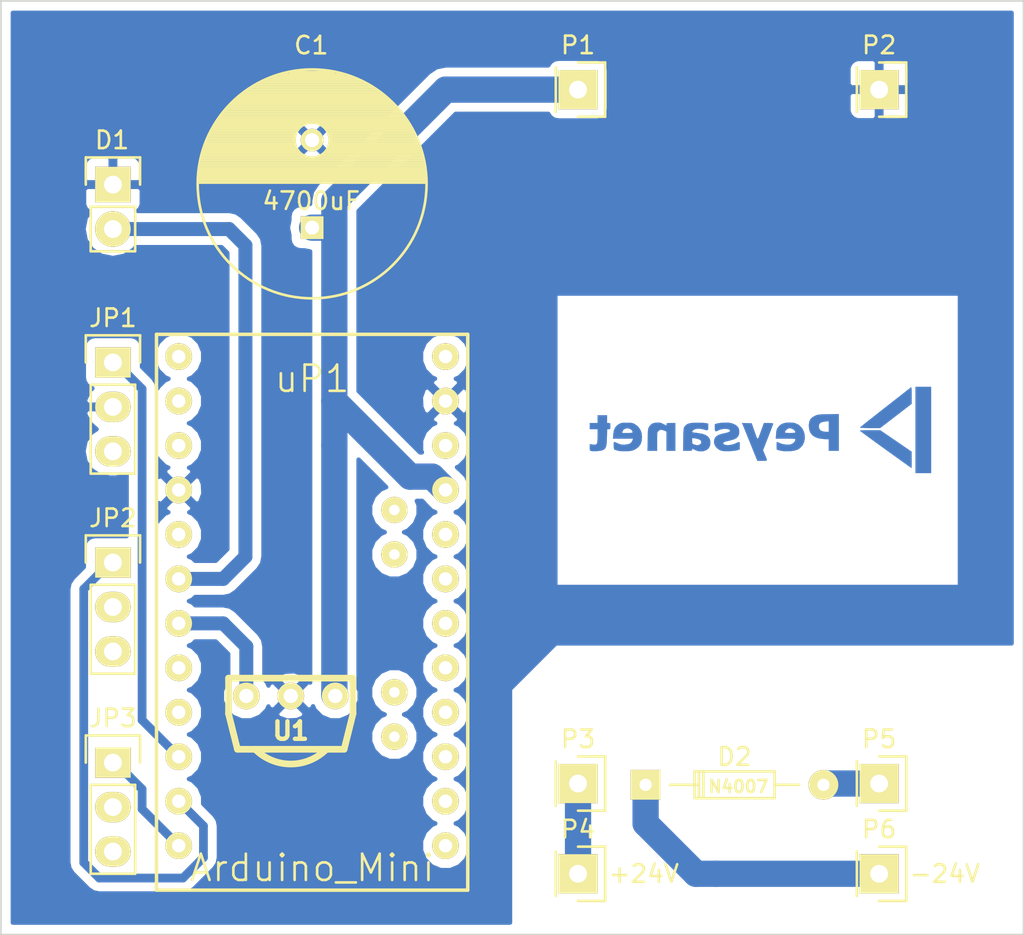
<source format=kicad_pcb>
(kicad_pcb (version 4) (host pcbnew 4.0.1-stable)

  (general
    (links 19)
    (no_connects 2)
    (area 112.336811 74.879999 171.500001 128.320001)
    (thickness 1.6)
    (drawings 8)
    (tracks 47)
    (zones 0)
    (modules 16)
    (nets 27)
  )

  (page A4)
  (layers
    (0 F.Cu signal)
    (31 B.Cu signal)
    (33 F.Adhes user)
    (35 F.Paste user)
    (37 F.SilkS user)
    (39 F.Mask user)
    (40 Dwgs.User user)
    (41 Cmts.User user)
    (42 Eco1.User user)
    (43 Eco2.User user)
    (44 Edge.Cuts user)
    (45 Margin user)
    (47 F.CrtYd user)
    (49 F.Fab user)
  )

  (setup
    (last_trace_width 1.5)
    (trace_clearance 0.4)
    (zone_clearance 0.508)
    (zone_45_only yes)
    (trace_min 0.2)
    (segment_width 0.2)
    (edge_width 0.1)
    (via_size 0.6)
    (via_drill 0.4)
    (via_min_size 0.4)
    (via_min_drill 0.3)
    (uvia_size 0.3)
    (uvia_drill 0.1)
    (uvias_allowed no)
    (uvia_min_size 0.2)
    (uvia_min_drill 0.1)
    (pcb_text_width 0.3)
    (pcb_text_size 1.5 1.5)
    (mod_edge_width 0.15)
    (mod_text_size 1 1)
    (mod_text_width 0.15)
    (pad_size 2.2352 2.2352)
    (pad_drill 1.016)
    (pad_to_mask_clearance 0.2)
    (aux_axis_origin 0 0)
    (visible_elements FFFFF77F)
    (pcbplotparams
      (layerselection 0x00020_80000001)
      (usegerberextensions false)
      (excludeedgelayer true)
      (linewidth 0.100000)
      (plotframeref false)
      (viasonmask false)
      (mode 1)
      (useauxorigin false)
      (hpglpennumber 1)
      (hpglpenspeed 20)
      (hpglpendiameter 15)
      (hpglpenoverlay 2)
      (psnegative false)
      (psa4output false)
      (plotreference true)
      (plotvalue true)
      (plotinvisibletext false)
      (padsonsilk false)
      (subtractmaskfromsilk false)
      (outputformat 1)
      (mirror false)
      (drillshape 0)
      (scaleselection 1)
      (outputdirectory Output/))
  )

  (net 0 "")
  (net 1 VCC)
  (net 2 GND)
  (net 3 IR_TX)
  (net 4 "Net-(D2-Pad2)")
  (net 5 "Net-(D2-Pad1)")
  (net 6 JP1)
  (net 7 JP2)
  (net 8 JP3)
  (net 9 "Net-(P3-Pad1)")
  (net 10 IR_RX)
  (net 11 "Net-(uP1-Pad7)")
  (net 12 "Net-(uP1-Pad8)")
  (net 13 "Net-(uP1-Pad9)")
  (net 14 "Net-(uP1-Pad14)")
  (net 15 "Net-(uP1-Pad15)")
  (net 16 "Net-(uP1-Pad19)")
  (net 17 "Net-(uP1-Pad21)")
  (net 18 "Net-(uP1-Pad23)")
  (net 19 "Net-(uP1-Pad24)")
  (net 20 "Net-(uP1-Pad25)")
  (net 21 "Net-(uP1-Pad26)")
  (net 22 "Net-(uP1-Pad27)")
  (net 23 "Net-(uP1-Pad28)")
  (net 24 "Net-(uP1-Pad29)")
  (net 25 "Net-(uP1-Pad30)")
  (net 26 "Net-(uP1-Pad11)")

  (net_class Default "This is the default net class."
    (clearance 0.4)
    (trace_width 1.5)
    (via_dia 0.6)
    (via_drill 0.4)
    (uvia_dia 0.3)
    (uvia_drill 0.1)
    (add_net GND)
    (add_net IR_RX)
    (add_net IR_TX)
    (add_net JP1)
    (add_net JP2)
    (add_net JP3)
    (add_net "Net-(D2-Pad1)")
    (add_net "Net-(D2-Pad2)")
    (add_net "Net-(P3-Pad1)")
    (add_net "Net-(uP1-Pad11)")
    (add_net "Net-(uP1-Pad14)")
    (add_net "Net-(uP1-Pad15)")
    (add_net "Net-(uP1-Pad19)")
    (add_net "Net-(uP1-Pad21)")
    (add_net "Net-(uP1-Pad23)")
    (add_net "Net-(uP1-Pad24)")
    (add_net "Net-(uP1-Pad25)")
    (add_net "Net-(uP1-Pad26)")
    (add_net "Net-(uP1-Pad27)")
    (add_net "Net-(uP1-Pad28)")
    (add_net "Net-(uP1-Pad29)")
    (add_net "Net-(uP1-Pad30)")
    (add_net "Net-(uP1-Pad7)")
    (add_net "Net-(uP1-Pad8)")
    (add_net "Net-(uP1-Pad9)")
    (add_net VCC)
  )

  (module Pin_Headers:Pin_Header_Straight_1x03 (layer F.Cu) (tedit 5727C1E1) (tstamp 5727BE92)
    (at 119.430859 118.444927)
    (descr "Through hole pin header")
    (tags "pin header")
    (path /5727517C)
    (fp_text reference JP3 (at 0 -2.54) (layer F.SilkS)
      (effects (font (size 1 1) (thickness 0.15)))
    )
    (fp_text value Jumper_NO_Small (at 0 -3.1 90) (layer F.Fab) hide
      (effects (font (size 1 1) (thickness 0.15)))
    )
    (fp_line (start -1.75 -1.75) (end -1.75 6.85) (layer F.CrtYd) (width 0.05))
    (fp_line (start 1.75 -1.75) (end 1.75 6.85) (layer F.CrtYd) (width 0.05))
    (fp_line (start -1.75 -1.75) (end 1.75 -1.75) (layer F.CrtYd) (width 0.05))
    (fp_line (start -1.75 6.85) (end 1.75 6.85) (layer F.CrtYd) (width 0.05))
    (fp_line (start -1.27 1.27) (end -1.27 6.35) (layer F.SilkS) (width 0.15))
    (fp_line (start -1.27 6.35) (end 1.27 6.35) (layer F.SilkS) (width 0.15))
    (fp_line (start 1.27 6.35) (end 1.27 1.27) (layer F.SilkS) (width 0.15))
    (fp_line (start 1.55 -1.55) (end 1.55 0) (layer F.SilkS) (width 0.15))
    (fp_line (start 1.27 1.27) (end -1.27 1.27) (layer F.SilkS) (width 0.15))
    (fp_line (start -1.55 0) (end -1.55 -1.55) (layer F.SilkS) (width 0.15))
    (fp_line (start -1.55 -1.55) (end 1.55 -1.55) (layer F.SilkS) (width 0.15))
    (pad 1 thru_hole rect (at 0 0) (size 2.032 1.7272) (drill 1.016) (layers *.Cu *.Mask F.SilkS)
      (net 8 JP3))
    (pad 2 thru_hole oval (at 0 2.54) (size 2.032 1.7272) (drill 1.016) (layers *.Cu *.Mask F.SilkS)
      (net 2 GND))
    (pad 3 thru_hole oval (at 0 5.08) (size 2.032 1.7272) (drill 1.016) (layers *.Cu *.Mask F.SilkS))
    (model Pin_Headers.3dshapes/Pin_Header_Straight_1x03.wrl
      (at (xyz 0 -0.1 0))
      (scale (xyz 1 1 1))
      (rotate (xyz 0 0 90))
    )
  )

  (module Capacitors_ThroughHole:C_Radial_D13_L25_P5 (layer F.Cu) (tedit 5728BC77) (tstamp 5727BE71)
    (at 130.81 87.884927 90)
    (descr "Radial Electrolytic Capacitor Diameter 13mm x Length 25mm, Pitch 5mm")
    (tags "Electrolytic Capacitor")
    (path /57263673)
    (fp_text reference C1 (at 10.414927 -0.050859 180) (layer F.SilkS)
      (effects (font (size 1 1) (thickness 0.15)))
    )
    (fp_text value 4700uF (at 1.524927 -0.050859 180) (layer F.SilkS)
      (effects (font (size 1 1) (thickness 0.15)))
    )
    (fp_line (start 2.575 -6.5) (end 2.575 6.5) (layer F.SilkS) (width 0.15))
    (fp_line (start 2.715 -6.496) (end 2.715 6.496) (layer F.SilkS) (width 0.15))
    (fp_line (start 2.855 -6.49) (end 2.855 6.49) (layer F.SilkS) (width 0.15))
    (fp_line (start 2.995 -6.481) (end 2.995 6.481) (layer F.SilkS) (width 0.15))
    (fp_line (start 3.135 -6.469) (end 3.135 6.469) (layer F.SilkS) (width 0.15))
    (fp_line (start 3.275 -6.454) (end 3.275 6.454) (layer F.SilkS) (width 0.15))
    (fp_line (start 3.415 -6.435) (end 3.415 6.435) (layer F.SilkS) (width 0.15))
    (fp_line (start 3.555 -6.414) (end 3.555 6.414) (layer F.SilkS) (width 0.15))
    (fp_line (start 3.695 -6.389) (end 3.695 6.389) (layer F.SilkS) (width 0.15))
    (fp_line (start 3.835 -6.361) (end 3.835 6.361) (layer F.SilkS) (width 0.15))
    (fp_line (start 3.975 -6.33) (end 3.975 6.33) (layer F.SilkS) (width 0.15))
    (fp_line (start 4.115 -6.296) (end 4.115 -0.466) (layer F.SilkS) (width 0.15))
    (fp_line (start 4.115 0.466) (end 4.115 6.296) (layer F.SilkS) (width 0.15))
    (fp_line (start 4.255 -6.259) (end 4.255 -0.667) (layer F.SilkS) (width 0.15))
    (fp_line (start 4.255 0.667) (end 4.255 6.259) (layer F.SilkS) (width 0.15))
    (fp_line (start 4.395 -6.218) (end 4.395 -0.796) (layer F.SilkS) (width 0.15))
    (fp_line (start 4.395 0.796) (end 4.395 6.218) (layer F.SilkS) (width 0.15))
    (fp_line (start 4.535 -6.173) (end 4.535 -0.885) (layer F.SilkS) (width 0.15))
    (fp_line (start 4.535 0.885) (end 4.535 6.173) (layer F.SilkS) (width 0.15))
    (fp_line (start 4.675 -6.125) (end 4.675 -0.946) (layer F.SilkS) (width 0.15))
    (fp_line (start 4.675 0.946) (end 4.675 6.125) (layer F.SilkS) (width 0.15))
    (fp_line (start 4.815 -6.074) (end 4.815 -0.983) (layer F.SilkS) (width 0.15))
    (fp_line (start 4.815 0.983) (end 4.815 6.074) (layer F.SilkS) (width 0.15))
    (fp_line (start 4.955 -6.019) (end 4.955 -0.999) (layer F.SilkS) (width 0.15))
    (fp_line (start 4.955 0.999) (end 4.955 6.019) (layer F.SilkS) (width 0.15))
    (fp_line (start 5.095 -5.96) (end 5.095 -0.995) (layer F.SilkS) (width 0.15))
    (fp_line (start 5.095 0.995) (end 5.095 5.96) (layer F.SilkS) (width 0.15))
    (fp_line (start 5.235 -5.897) (end 5.235 -0.972) (layer F.SilkS) (width 0.15))
    (fp_line (start 5.235 0.972) (end 5.235 5.897) (layer F.SilkS) (width 0.15))
    (fp_line (start 5.375 -5.83) (end 5.375 -0.927) (layer F.SilkS) (width 0.15))
    (fp_line (start 5.375 0.927) (end 5.375 5.83) (layer F.SilkS) (width 0.15))
    (fp_line (start 5.515 -5.758) (end 5.515 -0.857) (layer F.SilkS) (width 0.15))
    (fp_line (start 5.515 0.857) (end 5.515 5.758) (layer F.SilkS) (width 0.15))
    (fp_line (start 5.655 -5.683) (end 5.655 -0.756) (layer F.SilkS) (width 0.15))
    (fp_line (start 5.655 0.756) (end 5.655 5.683) (layer F.SilkS) (width 0.15))
    (fp_line (start 5.795 -5.603) (end 5.795 -0.607) (layer F.SilkS) (width 0.15))
    (fp_line (start 5.795 0.607) (end 5.795 5.603) (layer F.SilkS) (width 0.15))
    (fp_line (start 5.935 -5.518) (end 5.935 -0.355) (layer F.SilkS) (width 0.15))
    (fp_line (start 5.935 0.355) (end 5.935 5.518) (layer F.SilkS) (width 0.15))
    (fp_line (start 6.075 -5.429) (end 6.075 5.429) (layer F.SilkS) (width 0.15))
    (fp_line (start 6.215 -5.334) (end 6.215 5.334) (layer F.SilkS) (width 0.15))
    (fp_line (start 6.355 -5.233) (end 6.355 5.233) (layer F.SilkS) (width 0.15))
    (fp_line (start 6.495 -5.127) (end 6.495 5.127) (layer F.SilkS) (width 0.15))
    (fp_line (start 6.635 -5.015) (end 6.635 5.015) (layer F.SilkS) (width 0.15))
    (fp_line (start 6.775 -4.896) (end 6.775 4.896) (layer F.SilkS) (width 0.15))
    (fp_line (start 6.915 -4.771) (end 6.915 4.771) (layer F.SilkS) (width 0.15))
    (fp_line (start 7.055 -4.637) (end 7.055 4.637) (layer F.SilkS) (width 0.15))
    (fp_line (start 7.195 -4.495) (end 7.195 4.495) (layer F.SilkS) (width 0.15))
    (fp_line (start 7.335 -4.344) (end 7.335 4.344) (layer F.SilkS) (width 0.15))
    (fp_line (start 7.475 -4.183) (end 7.475 4.183) (layer F.SilkS) (width 0.15))
    (fp_line (start 7.615 -4.011) (end 7.615 4.011) (layer F.SilkS) (width 0.15))
    (fp_line (start 7.755 -3.826) (end 7.755 3.826) (layer F.SilkS) (width 0.15))
    (fp_line (start 7.895 -3.625) (end 7.895 3.625) (layer F.SilkS) (width 0.15))
    (fp_line (start 8.035 -3.408) (end 8.035 3.408) (layer F.SilkS) (width 0.15))
    (fp_line (start 8.175 -3.169) (end 8.175 3.169) (layer F.SilkS) (width 0.15))
    (fp_line (start 8.315 -2.904) (end 8.315 2.904) (layer F.SilkS) (width 0.15))
    (fp_line (start 8.455 -2.605) (end 8.455 2.605) (layer F.SilkS) (width 0.15))
    (fp_line (start 8.595 -2.259) (end 8.595 2.259) (layer F.SilkS) (width 0.15))
    (fp_line (start 8.735 -1.837) (end 8.735 1.837) (layer F.SilkS) (width 0.15))
    (fp_line (start 8.875 -1.269) (end 8.875 1.269) (layer F.SilkS) (width 0.15))
    (fp_circle (center 5 0) (end 5 -1) (layer F.SilkS) (width 0.15))
    (fp_circle (center 2.5 0) (end 2.5 -6.5375) (layer F.SilkS) (width 0.15))
    (fp_circle (center 2.5 0) (end 2.5 -6.8) (layer F.CrtYd) (width 0.05))
    (pad 1 thru_hole rect (at 0 0 90) (size 1.3 1.3) (drill 0.8) (layers *.Cu *.Mask F.SilkS)
      (net 1 VCC))
    (pad 2 thru_hole circle (at 5 0 90) (size 1.3 1.3) (drill 0.8) (layers *.Cu *.Mask F.SilkS)
      (net 2 GND))
    (model Capacitors_ThroughHole.3dshapes/C_Radial_D13_L25_P5.wrl
      (at (xyz 0.098425 0 0))
      (scale (xyz 1 1 1))
      (rotate (xyz 0 0 90))
    )
  )

  (module Diodes_ThroughHole:Diode_DO-35_SOD27_Horizontal_RM10 (layer F.Cu) (tedit 5728BC4C) (tstamp 5727BE7D)
    (at 149.85948 119.714927)
    (descr "Diode, DO-35,  SOD27, Horizontal, RM 10mm")
    (tags "Diode, DO-35, SOD27, Horizontal, RM 10mm, 1N4148,")
    (path /57264D80)
    (fp_text reference D2 (at 5.08052 -1.604927) (layer F.SilkS)
      (effects (font (size 1 1) (thickness 0.15)))
    )
    (fp_text value N4007 (at 5.3 0.1) (layer F.SilkS)
      (effects (font (size 0.7 0.7) (thickness 0.15)))
    )
    (fp_line (start 7.36652 -0.00254) (end 8.76352 -0.00254) (layer F.SilkS) (width 0.15))
    (fp_line (start 2.92152 -0.00254) (end 1.39752 -0.00254) (layer F.SilkS) (width 0.15))
    (fp_line (start 3.30252 -0.76454) (end 3.30252 0.75946) (layer F.SilkS) (width 0.15))
    (fp_line (start 3.04852 -0.76454) (end 3.04852 0.75946) (layer F.SilkS) (width 0.15))
    (fp_line (start 2.79452 -0.00254) (end 2.79452 0.75946) (layer F.SilkS) (width 0.15))
    (fp_line (start 2.79452 0.75946) (end 7.36652 0.75946) (layer F.SilkS) (width 0.15))
    (fp_line (start 7.36652 0.75946) (end 7.36652 -0.76454) (layer F.SilkS) (width 0.15))
    (fp_line (start 7.36652 -0.76454) (end 2.79452 -0.76454) (layer F.SilkS) (width 0.15))
    (fp_line (start 2.79452 -0.76454) (end 2.79452 -0.00254) (layer F.SilkS) (width 0.15))
    (pad 2 thru_hole circle (at 10.16052 -0.00254 180) (size 1.69926 1.69926) (drill 0.70104) (layers *.Cu *.Mask F.SilkS)
      (net 4 "Net-(D2-Pad2)"))
    (pad 1 thru_hole rect (at 0.00052 -0.00254 180) (size 1.69926 1.69926) (drill 0.70104) (layers *.Cu *.Mask F.SilkS)
      (net 5 "Net-(D2-Pad1)"))
    (model Diodes_ThroughHole.3dshapes/Diode_DO-35_SOD27_Horizontal_RM10.wrl
      (at (xyz 0.2 0 0))
      (scale (xyz 0.4 0.4 0.4))
      (rotate (xyz 0 0 180))
    )
  )

  (module Pin_Headers:Pin_Header_Straight_1x03 (layer F.Cu) (tedit 572862D2) (tstamp 5727BE84)
    (at 119.430859 95.584927)
    (descr "Through hole pin header")
    (tags "pin header")
    (path /5727377F)
    (fp_text reference JP1 (at 0 -2.54) (layer F.SilkS)
      (effects (font (size 1 1) (thickness 0.15)))
    )
    (fp_text value Jumper_NO_Small (at 0 -3.1) (layer F.Fab) hide
      (effects (font (size 1 1) (thickness 0.15)))
    )
    (fp_line (start -1.75 -1.75) (end -1.75 6.85) (layer F.CrtYd) (width 0.05))
    (fp_line (start 1.75 -1.75) (end 1.75 6.85) (layer F.CrtYd) (width 0.05))
    (fp_line (start -1.75 -1.75) (end 1.75 -1.75) (layer F.CrtYd) (width 0.05))
    (fp_line (start -1.75 6.85) (end 1.75 6.85) (layer F.CrtYd) (width 0.05))
    (fp_line (start -1.27 1.27) (end -1.27 6.35) (layer F.SilkS) (width 0.15))
    (fp_line (start -1.27 6.35) (end 1.27 6.35) (layer F.SilkS) (width 0.15))
    (fp_line (start 1.27 6.35) (end 1.27 1.27) (layer F.SilkS) (width 0.15))
    (fp_line (start 1.55 -1.55) (end 1.55 0) (layer F.SilkS) (width 0.15))
    (fp_line (start 1.27 1.27) (end -1.27 1.27) (layer F.SilkS) (width 0.15))
    (fp_line (start -1.55 0) (end -1.55 -1.55) (layer F.SilkS) (width 0.15))
    (fp_line (start -1.55 -1.55) (end 1.55 -1.55) (layer F.SilkS) (width 0.15))
    (pad 1 thru_hole rect (at 0 0) (size 2.032 1.7272) (drill 1.016) (layers *.Cu *.Mask F.SilkS)
      (net 6 JP1))
    (pad 2 thru_hole oval (at 0 2.54) (size 2.032 1.7272) (drill 1.016) (layers *.Cu *.Mask F.SilkS)
      (net 2 GND))
    (pad 3 thru_hole oval (at 0 5.08) (size 2.032 1.7272) (drill 1.016) (layers *.Cu *.Mask F.SilkS))
    (model Pin_Headers.3dshapes/Pin_Header_Straight_1x03.wrl
      (at (xyz 0 -0.1 0))
      (scale (xyz 1 1 1))
      (rotate (xyz 0 0 90))
    )
  )

  (module Pin_Headers:Pin_Header_Straight_1x03 (layer F.Cu) (tedit 572862B6) (tstamp 5727BE8B)
    (at 119.430859 107.014927)
    (descr "Through hole pin header")
    (tags "pin header")
    (path /572737B9)
    (fp_text reference JP2 (at 0 -2.54) (layer F.SilkS)
      (effects (font (size 1 1) (thickness 0.15)))
    )
    (fp_text value Jumper_NO_Small (at 0 -3.1) (layer F.Fab) hide
      (effects (font (size 1 1) (thickness 0.15)))
    )
    (fp_line (start -1.75 -1.75) (end -1.75 6.85) (layer F.CrtYd) (width 0.05))
    (fp_line (start 1.75 -1.75) (end 1.75 6.85) (layer F.CrtYd) (width 0.05))
    (fp_line (start -1.75 -1.75) (end 1.75 -1.75) (layer F.CrtYd) (width 0.05))
    (fp_line (start -1.75 6.85) (end 1.75 6.85) (layer F.CrtYd) (width 0.05))
    (fp_line (start -1.27 1.27) (end -1.27 6.35) (layer F.SilkS) (width 0.15))
    (fp_line (start -1.27 6.35) (end 1.27 6.35) (layer F.SilkS) (width 0.15))
    (fp_line (start 1.27 6.35) (end 1.27 1.27) (layer F.SilkS) (width 0.15))
    (fp_line (start 1.55 -1.55) (end 1.55 0) (layer F.SilkS) (width 0.15))
    (fp_line (start 1.27 1.27) (end -1.27 1.27) (layer F.SilkS) (width 0.15))
    (fp_line (start -1.55 0) (end -1.55 -1.55) (layer F.SilkS) (width 0.15))
    (fp_line (start -1.55 -1.55) (end 1.55 -1.55) (layer F.SilkS) (width 0.15))
    (pad 1 thru_hole rect (at 0 0) (size 2.032 1.7272) (drill 1.016) (layers *.Cu *.Mask F.SilkS)
      (net 7 JP2))
    (pad 2 thru_hole oval (at 0 2.54) (size 2.032 1.7272) (drill 1.016) (layers *.Cu *.Mask F.SilkS)
      (net 2 GND))
    (pad 3 thru_hole oval (at 0 5.08) (size 2.032 1.7272) (drill 1.016) (layers *.Cu *.Mask F.SilkS))
    (model Pin_Headers.3dshapes/Pin_Header_Straight_1x03.wrl
      (at (xyz 0 -0.1 0))
      (scale (xyz 1 1 1))
      (rotate (xyz 0 0 90))
    )
  )

  (module Pin_Headers:Pin_Header_Straight_1x01 (layer F.Cu) (tedit 572896B9) (tstamp 5727BE97)
    (at 146 80 270)
    (descr "Through hole pin header")
    (tags "pin header")
    (path /57263C79)
    (fp_text reference P1 (at -2.54 0 360) (layer F.SilkS)
      (effects (font (size 1 1) (thickness 0.15)))
    )
    (fp_text value + (at 1.27 -2.54 270) (layer F.Fab) hide
      (effects (font (size 1 1) (thickness 0.15)))
    )
    (fp_line (start 1.55 -1.55) (end 1.55 0) (layer F.SilkS) (width 0.15))
    (fp_line (start -1.75 -1.75) (end -1.75 1.75) (layer F.CrtYd) (width 0.05))
    (fp_line (start 1.75 -1.75) (end 1.75 1.75) (layer F.CrtYd) (width 0.05))
    (fp_line (start -1.75 -1.75) (end 1.75 -1.75) (layer F.CrtYd) (width 0.05))
    (fp_line (start -1.75 1.75) (end 1.75 1.75) (layer F.CrtYd) (width 0.05))
    (fp_line (start -1.55 0) (end -1.55 -1.55) (layer F.SilkS) (width 0.15))
    (fp_line (start -1.55 -1.55) (end 1.55 -1.55) (layer F.SilkS) (width 0.15))
    (fp_line (start -1.27 1.27) (end 1.27 1.27) (layer F.SilkS) (width 0.15))
    (pad 1 thru_hole rect (at 0 0 270) (size 2.2352 2.2352) (drill 1.016) (layers *.Cu *.Mask F.SilkS)
      (net 1 VCC))
    (model Pin_Headers.3dshapes/Pin_Header_Straight_1x01.wrl
      (at (xyz 0 0 0))
      (scale (xyz 1 1 1))
      (rotate (xyz 0 0 90))
    )
  )

  (module Pin_Headers:Pin_Header_Straight_1x01 (layer F.Cu) (tedit 572896BD) (tstamp 5727BE9C)
    (at 163.2 80 270)
    (descr "Through hole pin header")
    (tags "pin header")
    (path /57263CDC)
    (fp_text reference P2 (at -2.54 0 360) (layer F.SilkS)
      (effects (font (size 1 1) (thickness 0.15)))
    )
    (fp_text value - (at 1.27 -2.54 270) (layer F.Fab) hide
      (effects (font (size 1 1) (thickness 0.15)))
    )
    (fp_line (start 1.55 -1.55) (end 1.55 0) (layer F.SilkS) (width 0.15))
    (fp_line (start -1.75 -1.75) (end -1.75 1.75) (layer F.CrtYd) (width 0.05))
    (fp_line (start 1.75 -1.75) (end 1.75 1.75) (layer F.CrtYd) (width 0.05))
    (fp_line (start -1.75 -1.75) (end 1.75 -1.75) (layer F.CrtYd) (width 0.05))
    (fp_line (start -1.75 1.75) (end 1.75 1.75) (layer F.CrtYd) (width 0.05))
    (fp_line (start -1.55 0) (end -1.55 -1.55) (layer F.SilkS) (width 0.15))
    (fp_line (start -1.55 -1.55) (end 1.55 -1.55) (layer F.SilkS) (width 0.15))
    (fp_line (start -1.27 1.27) (end 1.27 1.27) (layer F.SilkS) (width 0.15))
    (pad 1 thru_hole rect (at 0 0 270) (size 2.2352 2.2352) (drill 1.016) (layers *.Cu *.Mask F.SilkS)
      (net 2 GND))
    (model Pin_Headers.3dshapes/Pin_Header_Straight_1x01.wrl
      (at (xyz 0 0 0))
      (scale (xyz 1 1 1))
      (rotate (xyz 0 0 90))
    )
  )

  (module Pin_Headers:Pin_Header_Straight_1x01 (layer F.Cu) (tedit 5728980D) (tstamp 5727BEA1)
    (at 146 119.64 270)
    (descr "Through hole pin header")
    (tags "pin header")
    (path /5726497E)
    (fp_text reference P3 (at -2.54 0 360) (layer F.SilkS)
      (effects (font (size 1 1) (thickness 0.15)))
    )
    (fp_text value 24+ (at 0 -3.1 270) (layer F.Fab) hide
      (effects (font (size 1 1) (thickness 0.15)))
    )
    (fp_line (start 1.55 -1.55) (end 1.55 0) (layer F.SilkS) (width 0.15))
    (fp_line (start -1.75 -1.75) (end -1.75 1.75) (layer F.CrtYd) (width 0.05))
    (fp_line (start 1.75 -1.75) (end 1.75 1.75) (layer F.CrtYd) (width 0.05))
    (fp_line (start -1.75 -1.75) (end 1.75 -1.75) (layer F.CrtYd) (width 0.05))
    (fp_line (start -1.75 1.75) (end 1.75 1.75) (layer F.CrtYd) (width 0.05))
    (fp_line (start -1.55 0) (end -1.55 -1.55) (layer F.SilkS) (width 0.15))
    (fp_line (start -1.55 -1.55) (end 1.55 -1.55) (layer F.SilkS) (width 0.15))
    (fp_line (start -1.27 1.27) (end 1.27 1.27) (layer F.SilkS) (width 0.15))
    (pad 1 thru_hole rect (at 0 0 270) (size 2.2352 2.2352) (drill 1.016) (layers *.Cu *.Mask F.SilkS)
      (net 9 "Net-(P3-Pad1)"))
    (model Pin_Headers.3dshapes/Pin_Header_Straight_1x01.wrl
      (at (xyz 0 0 0))
      (scale (xyz 1 1 1))
      (rotate (xyz 0 0 90))
    )
  )

  (module Pin_Headers:Pin_Header_Straight_1x01 (layer F.Cu) (tedit 5729B941) (tstamp 5727BEA6)
    (at 146 124.794927 270)
    (descr "Through hole pin header")
    (tags "pin header")
    (path /572648A5)
    (fp_text reference P4 (at -2.54 0 360) (layer F.SilkS)
      (effects (font (size 1 1) (thickness 0.15)))
    )
    (fp_text value +24V (at 0 -3.759141 360) (layer F.SilkS)
      (effects (font (size 1 1) (thickness 0.15)))
    )
    (fp_line (start 1.55 -1.55) (end 1.55 0) (layer F.SilkS) (width 0.15))
    (fp_line (start -1.75 -1.75) (end -1.75 1.75) (layer F.CrtYd) (width 0.05))
    (fp_line (start 1.75 -1.75) (end 1.75 1.75) (layer F.CrtYd) (width 0.05))
    (fp_line (start -1.75 -1.75) (end 1.75 -1.75) (layer F.CrtYd) (width 0.05))
    (fp_line (start -1.75 1.75) (end 1.75 1.75) (layer F.CrtYd) (width 0.05))
    (fp_line (start -1.55 0) (end -1.55 -1.55) (layer F.SilkS) (width 0.15))
    (fp_line (start -1.55 -1.55) (end 1.55 -1.55) (layer F.SilkS) (width 0.15))
    (fp_line (start -1.27 1.27) (end 1.27 1.27) (layer F.SilkS) (width 0.15))
    (pad 1 thru_hole rect (at 0 0 270) (size 2.2352 2.2352) (drill 1.016) (layers *.Cu *.Mask F.SilkS)
      (net 9 "Net-(P3-Pad1)"))
    (model Pin_Headers.3dshapes/Pin_Header_Straight_1x01.wrl
      (at (xyz 0 0 0))
      (scale (xyz 1 1 1))
      (rotate (xyz 0 0 90))
    )
  )

  (module Pin_Headers:Pin_Header_Straight_1x01 (layer F.Cu) (tedit 57289805) (tstamp 5727BEAB)
    (at 163.2 119.64 270)
    (descr "Through hole pin header")
    (tags "pin header")
    (path /57264EE3)
    (fp_text reference P5 (at -2.54 0 360) (layer F.SilkS)
      (effects (font (size 1 1) (thickness 0.15)))
    )
    (fp_text value 24- (at 0 -3.1 270) (layer F.Fab) hide
      (effects (font (size 1 1) (thickness 0.15)))
    )
    (fp_line (start 1.55 -1.55) (end 1.55 0) (layer F.SilkS) (width 0.15))
    (fp_line (start -1.75 -1.75) (end -1.75 1.75) (layer F.CrtYd) (width 0.05))
    (fp_line (start 1.75 -1.75) (end 1.75 1.75) (layer F.CrtYd) (width 0.05))
    (fp_line (start -1.75 -1.75) (end 1.75 -1.75) (layer F.CrtYd) (width 0.05))
    (fp_line (start -1.75 1.75) (end 1.75 1.75) (layer F.CrtYd) (width 0.05))
    (fp_line (start -1.55 0) (end -1.55 -1.55) (layer F.SilkS) (width 0.15))
    (fp_line (start -1.55 -1.55) (end 1.55 -1.55) (layer F.SilkS) (width 0.15))
    (fp_line (start -1.27 1.27) (end 1.27 1.27) (layer F.SilkS) (width 0.15))
    (pad 1 thru_hole rect (at 0 0 270) (size 2.2352 2.2352) (drill 1.016) (layers *.Cu *.Mask F.SilkS)
      (net 4 "Net-(D2-Pad2)"))
    (model Pin_Headers.3dshapes/Pin_Header_Straight_1x01.wrl
      (at (xyz 0 0 0))
      (scale (xyz 1 1 1))
      (rotate (xyz 0 0 90))
    )
  )

  (module Pin_Headers:Pin_Header_Straight_1x01 (layer F.Cu) (tedit 5729B948) (tstamp 5727BEB0)
    (at 163.2 124.794927 270)
    (descr "Through hole pin header")
    (tags "pin header")
    (path /572648EF)
    (fp_text reference P6 (at -2.54 0 360) (layer F.SilkS)
      (effects (font (size 1 1) (thickness 0.15)))
    )
    (fp_text value -24V (at 0 -3.759141 360) (layer F.SilkS)
      (effects (font (size 1 1) (thickness 0.15)))
    )
    (fp_line (start 1.55 -1.55) (end 1.55 0) (layer F.SilkS) (width 0.15))
    (fp_line (start -1.75 -1.75) (end -1.75 1.75) (layer F.CrtYd) (width 0.05))
    (fp_line (start 1.75 -1.75) (end 1.75 1.75) (layer F.CrtYd) (width 0.05))
    (fp_line (start -1.75 -1.75) (end 1.75 -1.75) (layer F.CrtYd) (width 0.05))
    (fp_line (start -1.75 1.75) (end 1.75 1.75) (layer F.CrtYd) (width 0.05))
    (fp_line (start -1.55 0) (end -1.55 -1.55) (layer F.SilkS) (width 0.15))
    (fp_line (start -1.55 -1.55) (end 1.55 -1.55) (layer F.SilkS) (width 0.15))
    (fp_line (start -1.27 1.27) (end 1.27 1.27) (layer F.SilkS) (width 0.15))
    (pad 1 thru_hole rect (at 0 0 270) (size 2.2352 2.2352) (drill 1.016) (layers *.Cu *.Mask F.SilkS)
      (net 5 "Net-(D2-Pad1)"))
    (model Pin_Headers.3dshapes/Pin_Header_Straight_1x01.wrl
      (at (xyz 0 0 0))
      (scale (xyz 1 1 1))
      (rotate (xyz 0 0 90))
    )
  )

  (module TSOP2438:TSOP2438 (layer F.Cu) (tedit 572877E4) (tstamp 57287813)
    (at 129.590859 114.634927)
    (path /572645B0)
    (fp_text reference U1 (at 0 2) (layer F.SilkS)
      (effects (font (size 1 1) (thickness 0.25)))
    )
    (fp_text value TSOP2438 (at 0 5.08) (layer F.SilkS) hide
      (effects (font (thickness 0.3048)))
    )
    (fp_arc (start 0 1.016) (end 2.032 3.048) (angle 90) (layer F.SilkS) (width 0.381))
    (fp_line (start -3.556 -1.016) (end -3.556 1.016) (layer F.SilkS) (width 0.381))
    (fp_line (start -3.556 1.016) (end -3.048 3.048) (layer F.SilkS) (width 0.381))
    (fp_line (start -3.048 3.048) (end 3.048 3.048) (layer F.SilkS) (width 0.381))
    (fp_line (start 3.048 3.048) (end 3.556 1.016) (layer F.SilkS) (width 0.381))
    (fp_line (start 3.556 1.016) (end 3.556 -1.016) (layer F.SilkS) (width 0.381))
    (fp_line (start 3.556 -1.016) (end -3.556 -1.016) (layer F.SilkS) (width 0.381))
    (pad 1 thru_hole circle (at -2.54 0) (size 1.524 1.524) (drill 0.8128) (layers *.Cu *.Mask F.SilkS)
      (net 10 IR_RX))
    (pad 2 thru_hole circle (at 2.54 0) (size 1.524 1.524) (drill 0.8128) (layers *.Cu *.Mask F.SilkS)
      (net 1 VCC))
    (pad 3 thru_hole circle (at 0 0) (size 1.524 1.524) (drill 0.8128) (layers *.Cu *.Mask F.SilkS)
      (net 2 GND))
    (model userlibs/libraries/packages3d/TSOP2438.wrl
      (at (xyz 0 0 0))
      (scale (xyz 1 1 1))
      (rotate (xyz 90 180 0))
    )
  )

  (module Pin_Headers:Pin_Header_Straight_1x02 (layer F.Cu) (tedit 5728C60B) (tstamp 5728798D)
    (at 119.430859 85.424927)
    (descr "Through hole pin header")
    (tags "pin header")
    (path /572464B1)
    (fp_text reference D1 (at -0.050859 -2.54) (layer F.SilkS)
      (effects (font (size 1 1) (thickness 0.15)))
    )
    (fp_text value IR (at -1.27 -2.54) (layer F.SilkS) hide
      (effects (font (size 1 1) (thickness 0.15)))
    )
    (fp_line (start 1.27 1.27) (end 1.27 3.81) (layer F.SilkS) (width 0.15))
    (fp_line (start 1.55 -1.55) (end 1.55 0) (layer F.SilkS) (width 0.15))
    (fp_line (start -1.75 -1.75) (end -1.75 4.3) (layer F.CrtYd) (width 0.05))
    (fp_line (start 1.75 -1.75) (end 1.75 4.3) (layer F.CrtYd) (width 0.05))
    (fp_line (start -1.75 -1.75) (end 1.75 -1.75) (layer F.CrtYd) (width 0.05))
    (fp_line (start -1.75 4.3) (end 1.75 4.3) (layer F.CrtYd) (width 0.05))
    (fp_line (start 1.27 1.27) (end -1.27 1.27) (layer F.SilkS) (width 0.15))
    (fp_line (start -1.55 0) (end -1.55 -1.55) (layer F.SilkS) (width 0.15))
    (fp_line (start -1.55 -1.55) (end 1.55 -1.55) (layer F.SilkS) (width 0.15))
    (fp_line (start -1.27 1.27) (end -1.27 3.81) (layer F.SilkS) (width 0.15))
    (fp_line (start -1.27 3.81) (end 1.27 3.81) (layer F.SilkS) (width 0.15))
    (pad 1 thru_hole rect (at 0 0) (size 2.032 2.032) (drill 1.016) (layers *.Cu *.Mask F.SilkS)
      (net 2 GND))
    (pad 2 thru_hole oval (at 0 2.54) (size 2.032 2.032) (drill 1.016) (layers *.Cu *.Mask F.SilkS)
      (net 3 IR_TX))
    (model Pin_Headers.3dshapes/Pin_Header_Straight_1x02.wrl
      (at (xyz 0 -0.05 0))
      (scale (xyz 1 1 1))
      (rotate (xyz 0 0 90))
    )
  )

  (module Logo:Logo (layer B.Cu) (tedit 0) (tstamp 57288CFE)
    (at 156.260859 99.394927)
    (fp_text reference G*** (at 0 0) (layer B.Cu) hide
      (effects (font (thickness 0.3)) (justify mirror))
    )
    (fp_text value LOGO (at 0.75 0) (layer B.Cu) hide
      (effects (font (thickness 0.3)) (justify mirror))
    )
    (fp_poly (pts (xy 9.906 2.50825) (xy 9.017 2.50825) (xy 9.017 -2.413) (xy 9.906 -2.413)
      (xy 9.906 2.50825)) (layer B.Cu) (width 0.01))
    (fp_poly (pts (xy 7.898432 0.674687) (xy 8.791585 1.285875) (xy 8.793167 1.754187) (xy 8.793215 1.918292)
      (xy 8.792291 2.057067) (xy 8.790543 2.159494) (xy 8.788122 2.214554) (xy 8.786812 2.22094)
      (xy 8.760305 2.202662) (xy 8.686846 2.150616) (xy 8.571043 2.068097) (xy 8.417502 1.958401)
      (xy 8.230831 1.824826) (xy 8.015638 1.670667) (xy 7.776529 1.49922) (xy 7.518113 1.313783)
      (xy 7.311263 1.165252) (xy 7.041242 0.97091) (xy 6.787264 0.787346) (xy 6.553921 0.617932)
      (xy 6.345805 0.466037) (xy 6.167507 0.335032) (xy 6.023618 0.228287) (xy 5.918729 0.149173)
      (xy 5.857432 0.10106) (xy 5.842826 0.087312) (xy 5.872648 0.079769) (xy 5.956056 0.07321)
      (xy 6.083138 0.068042) (xy 6.243981 0.064669) (xy 6.423639 0.0635) (xy 7.005279 0.0635)
      (xy 7.898432 0.674687)) (layer B.Cu) (width 0.01))
    (fp_poly (pts (xy -0.615694 -0.342563) (xy -0.340491 -0.333375) (xy -0.174648 0.141075) (xy -0.112818 0.319939)
      (xy -0.066365 0.44732) (xy -0.029642 0.522184) (xy 0.002996 0.543498) (xy 0.037196 0.510229)
      (xy 0.078603 0.421345) (xy 0.132863 0.275814) (xy 0.205623 0.072601) (xy 0.206043 0.071437)
      (xy 0.357931 -0.34925) (xy 0.623465 -0.34925) (xy 0.749548 -0.345793) (xy 0.841541 -0.336425)
      (xy 0.886564 -0.322652) (xy 0.889 -0.318215) (xy 0.877903 -0.28125) (xy 0.846684 -0.193488)
      (xy 0.798446 -0.063232) (xy 0.736293 0.101215) (xy 0.663331 0.29155) (xy 0.597652 0.461016)
      (xy 0.306305 1.209213) (xy 0.410412 1.453919) (xy 0.475221 1.604916) (xy 0.514472 1.706063)
      (xy 0.524139 1.767249) (xy 0.500195 1.798361) (xy 0.438614 1.809288) (xy 0.33537 1.809918)
      (xy 0.26564 1.809461) (xy -0.015875 1.809172) (xy -0.411005 0.833148) (xy -0.507688 0.594335)
      (xy -0.598385 0.370322) (xy -0.679917 0.16896) (xy -0.749104 -0.001897) (xy -0.802766 -0.134399)
      (xy -0.837723 -0.220691) (xy -0.848516 -0.247313) (xy -0.890897 -0.35175) (xy -0.615694 -0.342563)) (layer B.Cu) (width 0.01))
    (fp_poly (pts (xy -8.60425 -0.34925) (xy -8.509 -0.34925) (xy -8.454548 -0.346318) (xy -8.426205 -0.327102)
      (xy -8.415448 -0.275971) (xy -8.413751 -0.177296) (xy -8.41375 -0.174625) (xy -8.415425 -0.074784)
      (xy -8.425956 -0.022816) (xy -8.453605 -0.003096) (xy -8.506088 0) (xy -8.598426 0)
      (xy -8.609794 0.468312) (xy -8.618002 0.689529) (xy -8.632384 0.856972) (xy -8.655882 0.980284)
      (xy -8.691437 1.06911) (xy -8.741989 1.133091) (xy -8.81048 1.181872) (xy -8.830737 1.192815)
      (xy -8.918805 1.221066) (xy -9.049147 1.242643) (xy -9.200724 1.255741) (xy -9.352497 1.258554)
      (xy -9.483427 1.249276) (xy -9.485313 1.249008) (xy -9.542922 1.238176) (xy -9.573727 1.215928)
      (xy -9.586119 1.165922) (xy -9.58849 1.071813) (xy -9.5885 1.048032) (xy -9.5885 0.861838)
      (xy -9.409119 0.880351) (xy -9.310799 0.887163) (xy -9.240321 0.878433) (xy -9.193071 0.845643)
      (xy -9.164437 0.780275) (xy -9.149804 0.67381) (xy -9.14456 0.517731) (xy -9.144 0.390806)
      (xy -9.144 0) (xy -9.5885 0) (xy -9.5885 -0.34925) (xy -9.144 -0.34925)
      (xy -9.144 -0.79375) (xy -8.60425 -0.79375) (xy -8.60425 -0.34925)) (layer B.Cu) (width 0.01))
    (fp_poly (pts (xy -7.31913 -0.362795) (xy -7.207107 -0.354014) (xy -7.123641 -0.336097) (xy -7.051318 -0.30636)
      (xy -7.032625 -0.296596) (xy -6.848016 -0.163909) (xy -6.714172 0.006066) (xy -6.632922 0.210152)
      (xy -6.606091 0.4445) (xy -6.627037 0.67602) (xy -6.690636 0.863959) (xy -6.800616 1.014907)
      (xy -6.960705 1.135455) (xy -7.012915 1.1636) (xy -7.10088 1.203991) (xy -7.184662 1.230405)
      (xy -7.282953 1.24635) (xy -7.414444 1.255334) (xy -7.520915 1.258949) (xy -7.731362 1.258574)
      (xy -7.901954 1.245622) (xy -8.005037 1.225751) (xy -8.099455 1.196164) (xy -8.169884 1.169955)
      (xy -8.187599 1.161286) (xy -8.205126 1.122521) (xy -8.216896 1.044408) (xy -8.222559 0.946602)
      (xy -8.22176 0.84876) (xy -8.214146 0.77054) (xy -8.199366 0.731597) (xy -8.195337 0.73025)
      (xy -8.153679 0.74262) (xy -8.07326 0.77481) (xy -7.986714 0.812981) (xy -7.876269 0.858294)
      (xy -7.779431 0.88137) (xy -7.667398 0.887136) (xy -7.572136 0.883903) (xy -7.40193 0.863047)
      (xy -7.281028 0.816115) (xy -7.198289 0.736479) (xy -7.147152 0.631109) (xy -7.115304 0.53975)
      (xy -8.263351 0.53975) (xy -8.248422 0.307122) (xy -8.235663 0.22225) (xy -7.738195 0.22225)
      (xy -7.440973 0.22225) (xy -7.301412 0.221066) (xy -7.213634 0.215994) (xy -7.165941 0.204754)
      (xy -7.146638 0.185062) (xy -7.14375 0.164284) (xy -7.172707 0.081676) (xy -7.248401 0.011162)
      (xy -7.354073 -0.035449) (xy -7.4446 -0.047625) (xy -7.581052 -0.024689) (xy -7.675983 0.041577)
      (xy -7.723385 0.144774) (xy -7.738195 0.22225) (xy -8.235663 0.22225) (xy -8.215857 0.090505)
      (xy -8.146507 -0.079536) (xy -8.03619 -0.210918) (xy -7.937842 -0.280926) (xy -7.864749 -0.320278)
      (xy -7.795835 -0.345095) (xy -7.713178 -0.35865) (xy -7.598861 -0.364219) (xy -7.477125 -0.365125)
      (xy -7.31913 -0.362795)) (layer B.Cu) (width 0.01))
    (fp_poly (pts (xy -3.295998 -0.363103) (xy -3.143285 -0.3576) (xy -3.019943 -0.349465) (xy -2.944813 -0.339874)
      (xy -2.82575 -0.314623) (xy -2.82575 -0.125562) (xy -2.828568 -0.020526) (xy -2.84482 0.039966)
      (xy -2.886207 0.062096) (xy -2.964428 0.052047) (xy -3.091182 0.016002) (xy -3.092734 0.015531)
      (xy -3.267387 -0.021344) (xy -3.431345 -0.026564) (xy -3.571643 -0.001911) (xy -3.675318 0.05084)
      (xy -3.717993 0.101308) (xy -3.739795 0.155403) (xy -3.739515 0.176318) (xy -3.704733 0.184866)
      (xy -3.621258 0.197867) (xy -3.503557 0.2132) (xy -3.42738 0.222094) (xy -3.175164 0.26477)
      (xy -2.979698 0.331174) (xy -2.837956 0.423616) (xy -2.74691 0.544405) (xy -2.703532 0.695849)
      (xy -2.69875 0.777875) (xy -2.725396 0.955201) (xy -2.802672 1.096522) (xy -2.926591 1.198218)
      (xy -3.093161 1.256667) (xy -3.241057 1.26995) (xy -3.422912 1.249164) (xy -3.574432 1.190757)
      (xy -3.661539 1.14721) (xy -3.721657 1.118371) (xy -3.738563 1.111382) (xy -3.745024 1.137994)
      (xy -3.7465 1.17475) (xy -3.751769 1.206298) (xy -3.776063 1.225248) (xy -3.832113 1.234762)
      (xy -3.93265 1.237998) (xy -4.002316 1.23825) (xy -4.258132 1.23825) (xy -4.249546 0.667189)
      (xy -3.7465 0.667189) (xy -3.743323 0.76437) (xy -3.726715 0.819325) (xy -3.686062 0.853267)
      (xy -3.643313 0.873414) (xy -3.498337 0.91466) (xy -3.369985 0.909587) (xy -3.272012 0.858876)
      (xy -3.267796 0.854795) (xy -3.225922 0.792538) (xy -3.220171 0.741073) (xy -3.236704 0.681849)
      (xy -3.2385 0.664968) (xy -3.26753 0.626022) (xy -3.344558 0.585947) (xy -3.454497 0.550838)
      (xy -3.579813 0.527099) (xy -3.7465 0.505812) (xy -3.7465 0.667189) (xy -4.249546 0.667189)
      (xy -4.248379 0.589603) (xy -4.244618 0.368634) (xy -4.240255 0.201869) (xy -4.234343 0.080013)
      (xy -4.225934 -0.006228) (xy -4.214079 -0.066149) (xy -4.197831 -0.109046) (xy -4.17624 -0.144212)
      (xy -4.173077 -0.148584) (xy -4.09815 -0.23276) (xy -4.008332 -0.293083) (xy -3.892547 -0.332921)
      (xy -3.739718 -0.355641) (xy -3.53877 -0.36461) (xy -3.46075 -0.365125) (xy -3.295998 -0.363103)) (layer B.Cu) (width 0.01))
    (fp_poly (pts (xy -1.662992 -0.36895) (xy -1.435902 -0.32296) (xy -1.252137 -0.232918) (xy -1.183634 -0.178359)
      (xy -1.113866 -0.105538) (xy -1.0765 -0.0337) (xy -1.058477 0.065535) (xy -1.055233 0.1007)
      (xy -1.058972 0.26403) (xy -1.103624 0.394394) (xy -1.194192 0.496815) (xy -1.335681 0.576313)
      (xy -1.533093 0.637912) (xy -1.606724 0.654219) (xy -1.767946 0.69014) (xy -1.875341 0.722051)
      (xy -1.938076 0.753939) (xy -1.965318 0.78979) (xy -1.9685 0.811527) (xy -1.940288 0.864279)
      (xy -1.864045 0.89812) (xy -1.752367 0.913033) (xy -1.617847 0.909001) (xy -1.473079 0.886008)
      (xy -1.330658 0.844036) (xy -1.257104 0.812473) (xy -1.139242 0.757187) (xy -1.06742 0.736605)
      (xy -1.031059 0.756682) (xy -1.01958 0.823372) (xy -1.022404 0.942632) (xy -1.022487 0.944537)
      (xy -1.031875 1.158825) (xy -1.158875 1.202476) (xy -1.260486 1.225291) (xy -1.404998 1.242597)
      (xy -1.573146 1.253717) (xy -1.745668 1.257975) (xy -1.903301 1.254696) (xy -2.026782 1.243205)
      (xy -2.068883 1.2344) (xy -2.229123 1.162624) (xy -2.35857 1.053108) (xy -2.449429 0.917748)
      (xy -2.493903 0.76844) (xy -2.484198 0.61708) (xy -2.480953 0.605589) (xy -2.438073 0.501249)
      (xy -2.373485 0.41883) (xy -2.278 0.352894) (xy -2.14243 0.298003) (xy -1.957589 0.24872)
      (xy -1.833584 0.22243) (xy -1.724986 0.19414) (xy -1.637365 0.159591) (xy -1.601129 0.136092)
      (xy -1.572967 0.082717) (xy -1.596863 0.039165) (xy -1.661934 0.006841) (xy -1.757298 -0.012849)
      (xy -1.872074 -0.0185) (xy -1.995379 -0.008706) (xy -2.116331 0.017939) (xy -2.213298 0.057024)
      (xy -2.32532 0.110968) (xy -2.39399 0.125107) (xy -2.429773 0.09334) (xy -2.443133 0.009569)
      (xy -2.44475 -0.077883) (xy -2.44475 -0.282766) (xy -2.325688 -0.318128) (xy -2.237201 -0.336927)
      (xy -2.109612 -0.354988) (xy -1.967269 -0.368996) (xy -1.934999 -0.371297) (xy -1.662992 -0.36895)) (layer B.Cu) (width 0.01))
    (fp_poly (pts (xy 1.966218 -0.373532) (xy 2.144355 -0.340608) (xy 2.298948 -0.272749) (xy 2.387852 -0.213215)
      (xy 2.527978 -0.070409) (xy 2.626859 0.107728) (xy 2.682951 0.30754) (xy 2.694711 0.515371)
      (xy 2.660593 0.717567) (xy 2.579055 0.900471) (xy 2.522498 0.977545) (xy 2.406025 1.091356)
      (xy 2.27423 1.171713) (xy 2.114145 1.223517) (xy 1.912804 1.251669) (xy 1.778 1.258903)
      (xy 1.543985 1.258826) (xy 1.365344 1.241436) (xy 1.285875 1.223564) (xy 1.191357 1.197151)
      (xy 1.122968 1.179843) (xy 1.103312 1.176151) (xy 1.091531 1.147045) (xy 1.08379 1.074342)
      (xy 1.080182 0.977533) (xy 1.080797 0.876108) (xy 1.085727 0.789557) (xy 1.095063 0.737371)
      (xy 1.101225 0.73025) (xy 1.140078 0.743093) (xy 1.215332 0.775891) (xy 1.267913 0.800796)
      (xy 1.401247 0.847518) (xy 1.56091 0.876966) (xy 1.723693 0.88721) (xy 1.866385 0.876318)
      (xy 1.938397 0.856567) (xy 2.035869 0.796072) (xy 2.114187 0.711939) (xy 2.156097 0.624317)
      (xy 2.159 0.598968) (xy 2.155311 0.577692) (xy 2.138466 0.562217) (xy 2.099796 0.551626)
      (xy 2.030631 0.545002) (xy 1.922304 0.541427) (xy 1.766144 0.539985) (xy 1.599295 0.53975)
      (xy 1.039591 0.53975) (xy 1.054363 0.284564) (xy 1.062982 0.178906) (xy 1.55575 0.178906)
      (xy 1.57031 0.200012) (xy 1.620289 0.213365) (xy 1.715133 0.220324) (xy 1.857375 0.22225)
      (xy 2.011767 0.218789) (xy 2.113378 0.208761) (xy 2.157483 0.192695) (xy 2.159 0.188412)
      (xy 2.130172 0.101039) (xy 2.055378 0.024555) (xy 1.95215 -0.030289) (xy 1.838023 -0.052742)
      (xy 1.775097 -0.046988) (xy 1.692139 -0.007782) (xy 1.615257 0.061051) (xy 1.564836 0.138517)
      (xy 1.55575 0.178906) (xy 1.062982 0.178906) (xy 1.065749 0.14499) (xy 1.084543 0.047045)
      (xy 1.116816 -0.031128) (xy 1.16163 -0.101546) (xy 1.277136 -0.228771) (xy 1.419106 -0.313702)
      (xy 1.598955 -0.361685) (xy 1.747393 -0.375875) (xy 1.966218 -0.373532)) (layer B.Cu) (width 0.01))
    (fp_poly (pts (xy -5.547138 -0.360528) (xy -5.44282 -0.319477) (xy -5.389563 -0.293211) (xy -5.207 -0.200321)
      (xy -5.207 -0.274786) (xy -5.203677 -0.311738) (xy -5.185084 -0.333867) (xy -5.138286 -0.344965)
      (xy -5.050348 -0.348825) (xy -4.953 -0.34925) (xy -4.699 -0.34925) (xy -4.699 1.23825)
      (xy -5.207 1.23825) (xy -5.207 0.133894) (xy -5.334643 0.082822) (xy -5.461076 0.041695)
      (xy -5.553667 0.038776) (xy -5.630348 0.075505) (xy -5.668819 0.109681) (xy -5.697557 0.140552)
      (xy -5.718191 0.173612) (xy -5.732061 0.219252) (xy -5.740509 0.287861) (xy -5.744879 0.389828)
      (xy -5.746512 0.535543) (xy -5.74675 0.712931) (xy -5.74675 1.23825) (xy -6.292243 1.23825)
      (xy -6.281434 0.611187) (xy -6.27707 0.392007) (xy -6.271914 0.22657) (xy -6.26498 0.105121)
      (xy -6.255281 0.017905) (xy -6.241831 -0.044836) (xy -6.223643 -0.092856) (xy -6.207125 -0.123682)
      (xy -6.112448 -0.249255) (xy -5.997418 -0.327361) (xy -5.846432 -0.366943) (xy -5.770221 -0.37413)
      (xy -5.645282 -0.37641) (xy -5.547138 -0.360528)) (layer B.Cu) (width 0.01))
    (fp_poly (pts (xy 4.6355 1.23825) (xy 4.064 1.23825) (xy 4.064 0.580152) (xy 3.770312 0.564665)
      (xy 3.503752 0.530187) (xy 3.287764 0.457389) (xy 3.122114 0.346048) (xy 3.006568 0.195938)
      (xy 2.940892 0.006833) (xy 2.929154 -0.160281) (xy 3.4925 -0.160281) (xy 3.515083 -0.029128)
      (xy 3.584677 0.065589) (xy 3.704043 0.125872) (xy 3.875946 0.153722) (xy 3.929062 0.155886)
      (xy 4.064 0.15875) (xy 4.064 -0.453683) (xy 3.852495 -0.433932) (xy 3.686069 -0.405162)
      (xy 3.57438 -0.352523) (xy 3.511751 -0.271698) (xy 3.4925 -0.160281) (xy 2.929154 -0.160281)
      (xy 2.924854 -0.221492) (xy 2.926147 -0.249673) (xy 2.952437 -0.430454) (xy 3.014077 -0.5672)
      (xy 3.120388 -0.673791) (xy 3.267375 -0.757963) (xy 3.333282 -0.787293) (xy 3.39499 -0.809043)
      (xy 3.463732 -0.824582) (xy 3.55074 -0.835278) (xy 3.667244 -0.842499) (xy 3.824476 -0.847614)
      (xy 4.033668 -0.851991) (xy 4.040187 -0.852112) (xy 4.6355 -0.863199) (xy 4.6355 1.23825)) (layer B.Cu) (width 0.01))
    (fp_poly (pts (xy 8.77519 -2.385927) (xy 8.785021 -2.356119) (xy 8.790787 -2.291405) (xy 8.793525 -2.183492)
      (xy 8.794272 -2.024089) (xy 8.794235 -1.933734) (xy 8.793721 -1.444625) (xy 7.897298 -0.754151)
      (xy 7.000875 -0.063676) (xy 6.418791 -0.063588) (xy 6.228965 -0.065027) (xy 6.068127 -0.069112)
      (xy 5.945117 -0.075405) (xy 5.868777 -0.083468) (xy 5.847291 -0.091904) (xy 5.873613 -0.116166)
      (xy 5.945559 -0.175803) (xy 6.058614 -0.26723) (xy 6.208262 -0.386858) (xy 6.389988 -0.5311)
      (xy 6.599276 -0.696369) (xy 6.83161 -0.879078) (xy 7.082474 -1.075638) (xy 7.27075 -1.222722)
      (xy 7.53364 -1.427941) (xy 7.78259 -1.622462) (xy 8.012897 -1.802598) (xy 8.219861 -1.964665)
      (xy 8.398783 -2.104976) (xy 8.54496 -2.219848) (xy 8.653693 -2.305594) (xy 8.720281 -2.358529)
      (xy 8.739187 -2.373989) (xy 8.760258 -2.38912) (xy 8.77519 -2.385927)) (layer B.Cu) (width 0.01))
  )

  (module Logo:Mask (layer F.Cu) (tedit 0) (tstamp 5728A7B6)
    (at 156.260859 99.394927)
    (fp_text reference G*** (at 0 0) (layer F.SilkS) hide
      (effects (font (thickness 0.3)))
    )
    (fp_text value LOGO (at 0.75 0) (layer F.SilkS) hide
      (effects (font (thickness 0.3)))
    )
    (fp_poly (pts (xy 9.906 2.50825) (xy 9.017 2.50825) (xy 9.017 -2.413) (xy 9.906 -2.413)
      (xy 9.906 2.50825)) (layer F.Mask) (width 0.01))
    (fp_poly (pts (xy 7.898432 0.674687) (xy 8.791585 1.285875) (xy 8.793167 1.754187) (xy 8.793215 1.918292)
      (xy 8.792291 2.057067) (xy 8.790543 2.159494) (xy 8.788122 2.214554) (xy 8.786812 2.22094)
      (xy 8.760305 2.202662) (xy 8.686846 2.150616) (xy 8.571043 2.068097) (xy 8.417502 1.958401)
      (xy 8.230831 1.824826) (xy 8.015638 1.670667) (xy 7.776529 1.49922) (xy 7.518113 1.313783)
      (xy 7.311263 1.165252) (xy 7.041242 0.97091) (xy 6.787264 0.787346) (xy 6.553921 0.617932)
      (xy 6.345805 0.466037) (xy 6.167507 0.335032) (xy 6.023618 0.228287) (xy 5.918729 0.149173)
      (xy 5.857432 0.10106) (xy 5.842826 0.087312) (xy 5.872648 0.079769) (xy 5.956056 0.07321)
      (xy 6.083138 0.068042) (xy 6.243981 0.064669) (xy 6.423639 0.0635) (xy 7.005279 0.0635)
      (xy 7.898432 0.674687)) (layer F.Mask) (width 0.01))
    (fp_poly (pts (xy -0.615694 -0.342563) (xy -0.340491 -0.333375) (xy -0.174648 0.141075) (xy -0.112818 0.319939)
      (xy -0.066365 0.44732) (xy -0.029642 0.522184) (xy 0.002996 0.543498) (xy 0.037196 0.510229)
      (xy 0.078603 0.421345) (xy 0.132863 0.275814) (xy 0.205623 0.072601) (xy 0.206043 0.071437)
      (xy 0.357931 -0.34925) (xy 0.623465 -0.34925) (xy 0.749548 -0.345793) (xy 0.841541 -0.336425)
      (xy 0.886564 -0.322652) (xy 0.889 -0.318215) (xy 0.877903 -0.28125) (xy 0.846684 -0.193488)
      (xy 0.798446 -0.063232) (xy 0.736293 0.101215) (xy 0.663331 0.29155) (xy 0.597652 0.461016)
      (xy 0.306305 1.209213) (xy 0.410412 1.453919) (xy 0.475221 1.604916) (xy 0.514472 1.706063)
      (xy 0.524139 1.767249) (xy 0.500195 1.798361) (xy 0.438614 1.809288) (xy 0.33537 1.809918)
      (xy 0.26564 1.809461) (xy -0.015875 1.809172) (xy -0.411005 0.833148) (xy -0.507688 0.594335)
      (xy -0.598385 0.370322) (xy -0.679917 0.16896) (xy -0.749104 -0.001897) (xy -0.802766 -0.134399)
      (xy -0.837723 -0.220691) (xy -0.848516 -0.247313) (xy -0.890897 -0.35175) (xy -0.615694 -0.342563)) (layer F.Mask) (width 0.01))
    (fp_poly (pts (xy -8.60425 -0.34925) (xy -8.509 -0.34925) (xy -8.454548 -0.346318) (xy -8.426205 -0.327102)
      (xy -8.415448 -0.275971) (xy -8.413751 -0.177296) (xy -8.41375 -0.174625) (xy -8.415425 -0.074784)
      (xy -8.425956 -0.022816) (xy -8.453605 -0.003096) (xy -8.506088 0) (xy -8.598426 0)
      (xy -8.609794 0.468312) (xy -8.618002 0.689529) (xy -8.632384 0.856972) (xy -8.655882 0.980284)
      (xy -8.691437 1.06911) (xy -8.741989 1.133091) (xy -8.81048 1.181872) (xy -8.830737 1.192815)
      (xy -8.918805 1.221066) (xy -9.049147 1.242643) (xy -9.200724 1.255741) (xy -9.352497 1.258554)
      (xy -9.483427 1.249276) (xy -9.485313 1.249008) (xy -9.542922 1.238176) (xy -9.573727 1.215928)
      (xy -9.586119 1.165922) (xy -9.58849 1.071813) (xy -9.5885 1.048032) (xy -9.5885 0.861838)
      (xy -9.409119 0.880351) (xy -9.310799 0.887163) (xy -9.240321 0.878433) (xy -9.193071 0.845643)
      (xy -9.164437 0.780275) (xy -9.149804 0.67381) (xy -9.14456 0.517731) (xy -9.144 0.390806)
      (xy -9.144 0) (xy -9.5885 0) (xy -9.5885 -0.34925) (xy -9.144 -0.34925)
      (xy -9.144 -0.79375) (xy -8.60425 -0.79375) (xy -8.60425 -0.34925)) (layer F.Mask) (width 0.01))
    (fp_poly (pts (xy -7.31913 -0.362795) (xy -7.207107 -0.354014) (xy -7.123641 -0.336097) (xy -7.051318 -0.30636)
      (xy -7.032625 -0.296596) (xy -6.848016 -0.163909) (xy -6.714172 0.006066) (xy -6.632922 0.210152)
      (xy -6.606091 0.4445) (xy -6.627037 0.67602) (xy -6.690636 0.863959) (xy -6.800616 1.014907)
      (xy -6.960705 1.135455) (xy -7.012915 1.1636) (xy -7.10088 1.203991) (xy -7.184662 1.230405)
      (xy -7.282953 1.24635) (xy -7.414444 1.255334) (xy -7.520915 1.258949) (xy -7.731362 1.258574)
      (xy -7.901954 1.245622) (xy -8.005037 1.225751) (xy -8.099455 1.196164) (xy -8.169884 1.169955)
      (xy -8.187599 1.161286) (xy -8.205126 1.122521) (xy -8.216896 1.044408) (xy -8.222559 0.946602)
      (xy -8.22176 0.84876) (xy -8.214146 0.77054) (xy -8.199366 0.731597) (xy -8.195337 0.73025)
      (xy -8.153679 0.74262) (xy -8.07326 0.77481) (xy -7.986714 0.812981) (xy -7.876269 0.858294)
      (xy -7.779431 0.88137) (xy -7.667398 0.887136) (xy -7.572136 0.883903) (xy -7.40193 0.863047)
      (xy -7.281028 0.816115) (xy -7.198289 0.736479) (xy -7.147152 0.631109) (xy -7.115304 0.53975)
      (xy -8.263351 0.53975) (xy -8.248422 0.307122) (xy -8.235663 0.22225) (xy -7.738195 0.22225)
      (xy -7.440973 0.22225) (xy -7.301412 0.221066) (xy -7.213634 0.215994) (xy -7.165941 0.204754)
      (xy -7.146638 0.185062) (xy -7.14375 0.164284) (xy -7.172707 0.081676) (xy -7.248401 0.011162)
      (xy -7.354073 -0.035449) (xy -7.4446 -0.047625) (xy -7.581052 -0.024689) (xy -7.675983 0.041577)
      (xy -7.723385 0.144774) (xy -7.738195 0.22225) (xy -8.235663 0.22225) (xy -8.215857 0.090505)
      (xy -8.146507 -0.079536) (xy -8.03619 -0.210918) (xy -7.937842 -0.280926) (xy -7.864749 -0.320278)
      (xy -7.795835 -0.345095) (xy -7.713178 -0.35865) (xy -7.598861 -0.364219) (xy -7.477125 -0.365125)
      (xy -7.31913 -0.362795)) (layer F.Mask) (width 0.01))
    (fp_poly (pts (xy -3.295998 -0.363103) (xy -3.143285 -0.3576) (xy -3.019943 -0.349465) (xy -2.944813 -0.339874)
      (xy -2.82575 -0.314623) (xy -2.82575 -0.125562) (xy -2.828568 -0.020526) (xy -2.84482 0.039966)
      (xy -2.886207 0.062096) (xy -2.964428 0.052047) (xy -3.091182 0.016002) (xy -3.092734 0.015531)
      (xy -3.267387 -0.021344) (xy -3.431345 -0.026564) (xy -3.571643 -0.001911) (xy -3.675318 0.05084)
      (xy -3.717993 0.101308) (xy -3.739795 0.155403) (xy -3.739515 0.176318) (xy -3.704733 0.184866)
      (xy -3.621258 0.197867) (xy -3.503557 0.2132) (xy -3.42738 0.222094) (xy -3.175164 0.26477)
      (xy -2.979698 0.331174) (xy -2.837956 0.423616) (xy -2.74691 0.544405) (xy -2.703532 0.695849)
      (xy -2.69875 0.777875) (xy -2.725396 0.955201) (xy -2.802672 1.096522) (xy -2.926591 1.198218)
      (xy -3.093161 1.256667) (xy -3.241057 1.26995) (xy -3.422912 1.249164) (xy -3.574432 1.190757)
      (xy -3.661539 1.14721) (xy -3.721657 1.118371) (xy -3.738563 1.111382) (xy -3.745024 1.137994)
      (xy -3.7465 1.17475) (xy -3.751769 1.206298) (xy -3.776063 1.225248) (xy -3.832113 1.234762)
      (xy -3.93265 1.237998) (xy -4.002316 1.23825) (xy -4.258132 1.23825) (xy -4.249546 0.667189)
      (xy -3.7465 0.667189) (xy -3.743323 0.76437) (xy -3.726715 0.819325) (xy -3.686062 0.853267)
      (xy -3.643313 0.873414) (xy -3.498337 0.91466) (xy -3.369985 0.909587) (xy -3.272012 0.858876)
      (xy -3.267796 0.854795) (xy -3.225922 0.792538) (xy -3.220171 0.741073) (xy -3.236704 0.681849)
      (xy -3.2385 0.664968) (xy -3.26753 0.626022) (xy -3.344558 0.585947) (xy -3.454497 0.550838)
      (xy -3.579813 0.527099) (xy -3.7465 0.505812) (xy -3.7465 0.667189) (xy -4.249546 0.667189)
      (xy -4.248379 0.589603) (xy -4.244618 0.368634) (xy -4.240255 0.201869) (xy -4.234343 0.080013)
      (xy -4.225934 -0.006228) (xy -4.214079 -0.066149) (xy -4.197831 -0.109046) (xy -4.17624 -0.144212)
      (xy -4.173077 -0.148584) (xy -4.09815 -0.23276) (xy -4.008332 -0.293083) (xy -3.892547 -0.332921)
      (xy -3.739718 -0.355641) (xy -3.53877 -0.36461) (xy -3.46075 -0.365125) (xy -3.295998 -0.363103)) (layer F.Mask) (width 0.01))
    (fp_poly (pts (xy -1.662992 -0.36895) (xy -1.435902 -0.32296) (xy -1.252137 -0.232918) (xy -1.183634 -0.178359)
      (xy -1.113866 -0.105538) (xy -1.0765 -0.0337) (xy -1.058477 0.065535) (xy -1.055233 0.1007)
      (xy -1.058972 0.26403) (xy -1.103624 0.394394) (xy -1.194192 0.496815) (xy -1.335681 0.576313)
      (xy -1.533093 0.637912) (xy -1.606724 0.654219) (xy -1.767946 0.69014) (xy -1.875341 0.722051)
      (xy -1.938076 0.753939) (xy -1.965318 0.78979) (xy -1.9685 0.811527) (xy -1.940288 0.864279)
      (xy -1.864045 0.89812) (xy -1.752367 0.913033) (xy -1.617847 0.909001) (xy -1.473079 0.886008)
      (xy -1.330658 0.844036) (xy -1.257104 0.812473) (xy -1.139242 0.757187) (xy -1.06742 0.736605)
      (xy -1.031059 0.756682) (xy -1.01958 0.823372) (xy -1.022404 0.942632) (xy -1.022487 0.944537)
      (xy -1.031875 1.158825) (xy -1.158875 1.202476) (xy -1.260486 1.225291) (xy -1.404998 1.242597)
      (xy -1.573146 1.253717) (xy -1.745668 1.257975) (xy -1.903301 1.254696) (xy -2.026782 1.243205)
      (xy -2.068883 1.2344) (xy -2.229123 1.162624) (xy -2.35857 1.053108) (xy -2.449429 0.917748)
      (xy -2.493903 0.76844) (xy -2.484198 0.61708) (xy -2.480953 0.605589) (xy -2.438073 0.501249)
      (xy -2.373485 0.41883) (xy -2.278 0.352894) (xy -2.14243 0.298003) (xy -1.957589 0.24872)
      (xy -1.833584 0.22243) (xy -1.724986 0.19414) (xy -1.637365 0.159591) (xy -1.601129 0.136092)
      (xy -1.572967 0.082717) (xy -1.596863 0.039165) (xy -1.661934 0.006841) (xy -1.757298 -0.012849)
      (xy -1.872074 -0.0185) (xy -1.995379 -0.008706) (xy -2.116331 0.017939) (xy -2.213298 0.057024)
      (xy -2.32532 0.110968) (xy -2.39399 0.125107) (xy -2.429773 0.09334) (xy -2.443133 0.009569)
      (xy -2.44475 -0.077883) (xy -2.44475 -0.282766) (xy -2.325688 -0.318128) (xy -2.237201 -0.336927)
      (xy -2.109612 -0.354988) (xy -1.967269 -0.368996) (xy -1.934999 -0.371297) (xy -1.662992 -0.36895)) (layer F.Mask) (width 0.01))
    (fp_poly (pts (xy 1.966218 -0.373532) (xy 2.144355 -0.340608) (xy 2.298948 -0.272749) (xy 2.387852 -0.213215)
      (xy 2.527978 -0.070409) (xy 2.626859 0.107728) (xy 2.682951 0.30754) (xy 2.694711 0.515371)
      (xy 2.660593 0.717567) (xy 2.579055 0.900471) (xy 2.522498 0.977545) (xy 2.406025 1.091356)
      (xy 2.27423 1.171713) (xy 2.114145 1.223517) (xy 1.912804 1.251669) (xy 1.778 1.258903)
      (xy 1.543985 1.258826) (xy 1.365344 1.241436) (xy 1.285875 1.223564) (xy 1.191357 1.197151)
      (xy 1.122968 1.179843) (xy 1.103312 1.176151) (xy 1.091531 1.147045) (xy 1.08379 1.074342)
      (xy 1.080182 0.977533) (xy 1.080797 0.876108) (xy 1.085727 0.789557) (xy 1.095063 0.737371)
      (xy 1.101225 0.73025) (xy 1.140078 0.743093) (xy 1.215332 0.775891) (xy 1.267913 0.800796)
      (xy 1.401247 0.847518) (xy 1.56091 0.876966) (xy 1.723693 0.88721) (xy 1.866385 0.876318)
      (xy 1.938397 0.856567) (xy 2.035869 0.796072) (xy 2.114187 0.711939) (xy 2.156097 0.624317)
      (xy 2.159 0.598968) (xy 2.155311 0.577692) (xy 2.138466 0.562217) (xy 2.099796 0.551626)
      (xy 2.030631 0.545002) (xy 1.922304 0.541427) (xy 1.766144 0.539985) (xy 1.599295 0.53975)
      (xy 1.039591 0.53975) (xy 1.054363 0.284564) (xy 1.062982 0.178906) (xy 1.55575 0.178906)
      (xy 1.57031 0.200012) (xy 1.620289 0.213365) (xy 1.715133 0.220324) (xy 1.857375 0.22225)
      (xy 2.011767 0.218789) (xy 2.113378 0.208761) (xy 2.157483 0.192695) (xy 2.159 0.188412)
      (xy 2.130172 0.101039) (xy 2.055378 0.024555) (xy 1.95215 -0.030289) (xy 1.838023 -0.052742)
      (xy 1.775097 -0.046988) (xy 1.692139 -0.007782) (xy 1.615257 0.061051) (xy 1.564836 0.138517)
      (xy 1.55575 0.178906) (xy 1.062982 0.178906) (xy 1.065749 0.14499) (xy 1.084543 0.047045)
      (xy 1.116816 -0.031128) (xy 1.16163 -0.101546) (xy 1.277136 -0.228771) (xy 1.419106 -0.313702)
      (xy 1.598955 -0.361685) (xy 1.747393 -0.375875) (xy 1.966218 -0.373532)) (layer F.Mask) (width 0.01))
    (fp_poly (pts (xy -5.547138 -0.360528) (xy -5.44282 -0.319477) (xy -5.389563 -0.293211) (xy -5.207 -0.200321)
      (xy -5.207 -0.274786) (xy -5.203677 -0.311738) (xy -5.185084 -0.333867) (xy -5.138286 -0.344965)
      (xy -5.050348 -0.348825) (xy -4.953 -0.34925) (xy -4.699 -0.34925) (xy -4.699 1.23825)
      (xy -5.207 1.23825) (xy -5.207 0.133894) (xy -5.334643 0.082822) (xy -5.461076 0.041695)
      (xy -5.553667 0.038776) (xy -5.630348 0.075505) (xy -5.668819 0.109681) (xy -5.697557 0.140552)
      (xy -5.718191 0.173612) (xy -5.732061 0.219252) (xy -5.740509 0.287861) (xy -5.744879 0.389828)
      (xy -5.746512 0.535543) (xy -5.74675 0.712931) (xy -5.74675 1.23825) (xy -6.292243 1.23825)
      (xy -6.281434 0.611187) (xy -6.27707 0.392007) (xy -6.271914 0.22657) (xy -6.26498 0.105121)
      (xy -6.255281 0.017905) (xy -6.241831 -0.044836) (xy -6.223643 -0.092856) (xy -6.207125 -0.123682)
      (xy -6.112448 -0.249255) (xy -5.997418 -0.327361) (xy -5.846432 -0.366943) (xy -5.770221 -0.37413)
      (xy -5.645282 -0.37641) (xy -5.547138 -0.360528)) (layer F.Mask) (width 0.01))
    (fp_poly (pts (xy 4.6355 1.23825) (xy 4.064 1.23825) (xy 4.064 0.580152) (xy 3.770312 0.564665)
      (xy 3.503752 0.530187) (xy 3.287764 0.457389) (xy 3.122114 0.346048) (xy 3.006568 0.195938)
      (xy 2.940892 0.006833) (xy 2.929154 -0.160281) (xy 3.4925 -0.160281) (xy 3.515083 -0.029128)
      (xy 3.584677 0.065589) (xy 3.704043 0.125872) (xy 3.875946 0.153722) (xy 3.929062 0.155886)
      (xy 4.064 0.15875) (xy 4.064 -0.453683) (xy 3.852495 -0.433932) (xy 3.686069 -0.405162)
      (xy 3.57438 -0.352523) (xy 3.511751 -0.271698) (xy 3.4925 -0.160281) (xy 2.929154 -0.160281)
      (xy 2.924854 -0.221492) (xy 2.926147 -0.249673) (xy 2.952437 -0.430454) (xy 3.014077 -0.5672)
      (xy 3.120388 -0.673791) (xy 3.267375 -0.757963) (xy 3.333282 -0.787293) (xy 3.39499 -0.809043)
      (xy 3.463732 -0.824582) (xy 3.55074 -0.835278) (xy 3.667244 -0.842499) (xy 3.824476 -0.847614)
      (xy 4.033668 -0.851991) (xy 4.040187 -0.852112) (xy 4.6355 -0.863199) (xy 4.6355 1.23825)) (layer F.Mask) (width 0.01))
    (fp_poly (pts (xy 8.77519 -2.385927) (xy 8.785021 -2.356119) (xy 8.790787 -2.291405) (xy 8.793525 -2.183492)
      (xy 8.794272 -2.024089) (xy 8.794235 -1.933734) (xy 8.793721 -1.444625) (xy 7.897298 -0.754151)
      (xy 7.000875 -0.063676) (xy 6.418791 -0.063588) (xy 6.228965 -0.065027) (xy 6.068127 -0.069112)
      (xy 5.945117 -0.075405) (xy 5.868777 -0.083468) (xy 5.847291 -0.091904) (xy 5.873613 -0.116166)
      (xy 5.945559 -0.175803) (xy 6.058614 -0.26723) (xy 6.208262 -0.386858) (xy 6.389988 -0.5311)
      (xy 6.599276 -0.696369) (xy 6.83161 -0.879078) (xy 7.082474 -1.075638) (xy 7.27075 -1.222722)
      (xy 7.53364 -1.427941) (xy 7.78259 -1.622462) (xy 8.012897 -1.802598) (xy 8.219861 -1.964665)
      (xy 8.398783 -2.104976) (xy 8.54496 -2.219848) (xy 8.653693 -2.305594) (xy 8.720281 -2.358529)
      (xy 8.739187 -2.373989) (xy 8.760258 -2.38912) (xy 8.77519 -2.385927)) (layer F.Mask) (width 0.01))
  )

  (module ArduProMiniTKB:ArduProMini-6 (layer F.Cu) (tedit 54CFF598) (tstamp 5728C11A)
    (at 120.65 88.9)
    (path /5727C1A7)
    (fp_text reference uP1 (at 10.16 7.62) (layer F.SilkS)
      (effects (font (size 1.5 1.5) (thickness 0.15)))
    )
    (fp_text value Arduino_Mini (at 10.16 35.56) (layer F.SilkS)
      (effects (font (size 1.5 1.5) (thickness 0.15)))
    )
    (pad 7 thru_hole circle (at 2.54 6.35) (size 1.524 1.524) (drill 0.762) (layers *.Cu *.Mask F.SilkS)
      (net 11 "Net-(uP1-Pad7)"))
    (pad 8 thru_hole circle (at 2.54 8.89) (size 1.524 1.524) (drill 0.762) (layers *.Cu *.Mask F.SilkS)
      (net 12 "Net-(uP1-Pad8)"))
    (pad 9 thru_hole circle (at 2.54 11.43) (size 1.524 1.524) (drill 0.762) (layers *.Cu *.Mask F.SilkS)
      (net 13 "Net-(uP1-Pad9)"))
    (pad 10 thru_hole circle (at 2.54 13.97) (size 1.524 1.524) (drill 0.762) (layers *.Cu *.Mask F.SilkS)
      (net 2 GND))
    (pad 11 thru_hole circle (at 2.54 16.51) (size 1.524 1.524) (drill 0.762) (layers *.Cu *.Mask F.SilkS)
      (net 26 "Net-(uP1-Pad11)"))
    (pad 12 thru_hole circle (at 2.54 19.05) (size 1.524 1.524) (drill 0.762) (layers *.Cu *.Mask F.SilkS)
      (net 3 IR_TX))
    (pad 13 thru_hole circle (at 2.54 21.59) (size 1.524 1.524) (drill 0.762) (layers *.Cu *.Mask F.SilkS)
      (net 10 IR_RX))
    (pad 14 thru_hole circle (at 2.54 24.13) (size 1.524 1.524) (drill 0.762) (layers *.Cu *.Mask F.SilkS)
      (net 14 "Net-(uP1-Pad14)"))
    (pad 15 thru_hole circle (at 2.54 26.67) (size 1.524 1.524) (drill 0.762) (layers *.Cu *.Mask F.SilkS)
      (net 15 "Net-(uP1-Pad15)"))
    (pad 16 thru_hole circle (at 2.54 29.21) (size 1.524 1.524) (drill 0.762) (layers *.Cu *.Mask F.SilkS)
      (net 6 JP1))
    (pad 17 thru_hole circle (at 2.54 31.75) (size 1.524 1.524) (drill 0.762) (layers *.Cu *.Mask F.SilkS)
      (net 7 JP2))
    (pad 18 thru_hole circle (at 2.54 34.29) (size 1.524 1.524) (drill 0.762) (layers *.Cu *.Mask F.SilkS)
      (net 8 JP3))
    (pad 19 thru_hole circle (at 17.78 6.35) (size 1.524 1.524) (drill 0.762) (layers *.Cu *.Mask F.SilkS)
      (net 16 "Net-(uP1-Pad19)"))
    (pad 20 thru_hole circle (at 17.78 8.89) (size 1.524 1.524) (drill 0.762) (layers *.Cu *.Mask F.SilkS)
      (net 2 GND))
    (pad 21 thru_hole circle (at 17.78 11.43) (size 1.524 1.524) (drill 0.762) (layers *.Cu *.Mask F.SilkS)
      (net 17 "Net-(uP1-Pad21)"))
    (pad 22 thru_hole circle (at 17.78 13.97) (size 1.524 1.524) (drill 0.762) (layers *.Cu *.Mask F.SilkS)
      (net 1 VCC))
    (pad 23 thru_hole circle (at 17.78 16.51) (size 1.524 1.524) (drill 0.762) (layers *.Cu *.Mask F.SilkS)
      (net 18 "Net-(uP1-Pad23)"))
    (pad 24 thru_hole circle (at 17.78 19.05) (size 1.524 1.524) (drill 0.762) (layers *.Cu *.Mask F.SilkS)
      (net 19 "Net-(uP1-Pad24)"))
    (pad 25 thru_hole circle (at 17.78 21.59) (size 1.524 1.524) (drill 0.762) (layers *.Cu *.Mask F.SilkS)
      (net 20 "Net-(uP1-Pad25)"))
    (pad 26 thru_hole circle (at 17.78 24.13) (size 1.524 1.524) (drill 0.762) (layers *.Cu *.Mask F.SilkS)
      (net 21 "Net-(uP1-Pad26)"))
    (pad 27 thru_hole circle (at 17.78 26.67) (size 1.524 1.524) (drill 0.762) (layers *.Cu *.Mask F.SilkS)
      (net 22 "Net-(uP1-Pad27)"))
    (pad 28 thru_hole circle (at 17.78 29.21) (size 1.524 1.524) (drill 0.762) (layers *.Cu *.Mask F.SilkS)
      (net 23 "Net-(uP1-Pad28)"))
    (pad 29 thru_hole circle (at 17.78 31.75) (size 1.524 1.524) (drill 0.762) (layers *.Cu *.Mask F.SilkS)
      (net 24 "Net-(uP1-Pad29)"))
    (pad 30 thru_hole circle (at 17.78 34.29) (size 1.524 1.524) (drill 0.762) (layers *.Cu *.Mask F.SilkS)
      (net 25 "Net-(uP1-Pad30)"))
    (pad 31 thru_hole circle (at 14.859 15.113) (size 1.5 1.5) (drill 0.6) (layers *.Cu *.Mask F.SilkS))
    (pad 32 thru_hole circle (at 14.859 17.653) (size 1.5 1.5) (drill 0.6) (layers *.Cu *.Mask F.SilkS))
    (pad 34 thru_hole circle (at 14.859 25.527) (size 1.5 1.5) (drill 0.6) (layers *.Cu *.Mask F.SilkS))
    (pad 35 thru_hole circle (at 14.859 28.067) (size 1.5 1.5) (drill 0.6) (layers *.Cu *.Mask F.SilkS))
  )

  (gr_line (start 139.7 93.98) (end 121.92 93.98) (layer F.SilkS) (width 0.2))
  (gr_line (start 139.7 125.73) (end 139.7 93.98) (layer F.SilkS) (width 0.2))
  (gr_line (start 121.92 125.73) (end 139.7 125.73) (layer F.SilkS) (width 0.2))
  (gr_line (start 121.92 93.98) (end 121.92 125.73) (layer F.SilkS) (width 0.2))
  (gr_line (start 171.45 74.93) (end 171.45 128.27) (layer Edge.Cuts) (width 0.1))
  (gr_line (start 113.03 74.93) (end 171.45 74.93) (layer Edge.Cuts) (width 0.1))
  (gr_line (start 113.03 128.27) (end 113.03 74.93) (layer Edge.Cuts) (width 0.1))
  (gr_line (start 171.45 128.27) (end 113.03 128.27) (layer Edge.Cuts) (width 0.1))

  (segment (start 138.43 102.87) (end 137.668001 102.108001) (width 1.5) (layer B.Cu) (net 1))
  (segment (start 136.398001 102.108001) (end 132.08 97.79) (width 1.5) (layer B.Cu) (net 1))
  (segment (start 137.668001 102.108001) (end 136.398001 102.108001) (width 1.5) (layer B.Cu) (net 1))
  (segment (start 132.08 100.33) (end 132.08 114.584068) (width 1.5) (layer B.Cu) (net 1))
  (segment (start 132.08 97.79) (end 132.08 87.63) (width 1.5) (layer B.Cu) (net 1))
  (segment (start 132.08 87.63) (end 132.08 86.36) (width 1.5) (layer B.Cu) (net 1))
  (segment (start 130.81 87.884927) (end 131.825073 87.884927) (width 1.5) (layer B.Cu) (net 1))
  (segment (start 131.825073 87.884927) (end 132.08 87.63) (width 1.5) (layer B.Cu) (net 1))
  (segment (start 132.08 86.36) (end 138.44 80) (width 1.5) (layer B.Cu) (net 1))
  (segment (start 132.08 100.33) (end 132.08 97.79) (width 1.5) (layer B.Cu) (net 1))
  (segment (start 138.44 80) (end 146 80) (width 1.5) (layer B.Cu) (net 1))
  (segment (start 132.08 114.584068) (end 132.130859 114.634927) (width 1.5) (layer B.Cu) (net 1))
  (segment (start 119.430859 87.964927) (end 126.064927 87.964927) (width 0.8) (layer B.Cu) (net 3))
  (segment (start 125.73 107.95) (end 123.19 107.95) (width 0.8) (layer B.Cu) (net 3))
  (segment (start 126.064927 87.964927) (end 127 88.9) (width 0.8) (layer B.Cu) (net 3))
  (segment (start 127 106.68) (end 125.73 107.95) (width 0.8) (layer B.Cu) (net 3))
  (segment (start 127 88.9) (end 127 106.68) (width 0.8) (layer B.Cu) (net 3))
  (segment (start 163.2 119.64) (end 160.092387 119.64) (width 1.5) (layer B.Cu) (net 4))
  (segment (start 160.092387 119.64) (end 160.02 119.712387) (width 1.5) (layer B.Cu) (net 4))
  (segment (start 153.86291 124.794927) (end 163.2 124.794927) (width 1.5) (layer B.Cu) (net 5))
  (segment (start 149.86 119.712387) (end 149.86 121.92) (width 1.5) (layer B.Cu) (net 5))
  (segment (start 149.86 121.92) (end 152.734927 124.794927) (width 1.5) (layer B.Cu) (net 5))
  (segment (start 152.734927 124.794927) (end 153.86291 124.794927) (width 1.5) (layer B.Cu) (net 5))
  (segment (start 123.19 118.11) (end 121.096869 116.016869) (width 0.5) (layer B.Cu) (net 6))
  (segment (start 121.096869 116.016869) (end 121.096869 97.098537) (width 0.5) (layer B.Cu) (net 6))
  (segment (start 121.096869 97.098537) (end 119.583259 95.584927) (width 0.5) (layer B.Cu) (net 6))
  (segment (start 119.583259 95.584927) (end 119.430859 95.584927) (width 0.5) (layer B.Cu) (net 6))
  (segment (start 119.714927 95.584927) (end 119.430859 95.584927) (width 0.5) (layer B.Cu) (net 6))
  (segment (start 123.19 120.65) (end 124.602001 122.062001) (width 0.5) (layer B.Cu) (net 7))
  (segment (start 124.602001 122.062001) (end 124.602001 123.867761) (width 0.5) (layer B.Cu) (net 7))
  (segment (start 124.602001 123.867761) (end 123.431225 125.038537) (width 0.5) (layer B.Cu) (net 7))
  (segment (start 118.651502 125.038537) (end 117.764849 124.151884) (width 0.5) (layer B.Cu) (net 7))
  (segment (start 123.431225 125.038537) (end 118.651502 125.038537) (width 0.5) (layer B.Cu) (net 7))
  (segment (start 117.764849 124.151884) (end 117.764849 108.528537) (width 0.5) (layer B.Cu) (net 7))
  (segment (start 117.764849 108.528537) (end 119.278459 107.014927) (width 0.5) (layer B.Cu) (net 7))
  (segment (start 119.278459 107.014927) (end 119.430859 107.014927) (width 0.5) (layer B.Cu) (net 7))
  (segment (start 119.430859 107.014927) (end 119.583259 107.014927) (width 0.5) (layer B.Cu) (net 7))
  (segment (start 123.19 123.19) (end 121.096869 121.096869) (width 0.5) (layer B.Cu) (net 8))
  (segment (start 121.096869 121.096869) (end 121.096869 119.958537) (width 0.5) (layer B.Cu) (net 8))
  (segment (start 121.096869 119.958537) (end 119.583259 118.444927) (width 0.5) (layer B.Cu) (net 8))
  (segment (start 119.583259 118.444927) (end 119.430859 118.444927) (width 0.5) (layer B.Cu) (net 8))
  (segment (start 119.278459 118.444927) (end 119.430859 118.444927) (width 0.5) (layer B.Cu) (net 8))
  (segment (start 119.714927 118.444927) (end 119.430859 118.444927) (width 0.5) (layer B.Cu) (net 8))
  (segment (start 146 119.64) (end 146 124.794927) (width 1.5) (layer B.Cu) (net 9))
  (segment (start 125.73 110.49) (end 123.19 110.49) (width 0.8) (layer B.Cu) (net 10))
  (segment (start 127.050859 111.810859) (end 125.73 110.49) (width 0.8) (layer B.Cu) (net 10))
  (segment (start 127.050859 114.634927) (end 127.050859 111.810859) (width 0.8) (layer B.Cu) (net 10))

  (zone (net 0) (net_name "") (layer B.Cu) (tstamp 0) (hatch edge 0.508)
    (connect_pads (clearance 0.508))
    (min_thickness 0.254)
    (keepout (tracks allowed) (vias allowed) (copperpour not_allowed))
    (fill (arc_segments 16) (thermal_gap 0.508) (thermal_bridge_width 0.508))
    (polygon
      (pts
        (xy 142.24 128.27) (xy 142.24 114.3) (xy 144.78 111.76) (xy 171.45 111.76) (xy 171.45 128.27)
      )
    )
  )
  (zone (net 0) (net_name "") (layer B.Cu) (tstamp 0) (hatch edge 0.508)
    (connect_pads (clearance 0.508))
    (min_thickness 0.254)
    (keepout (tracks not_allowed) (vias not_allowed) (copperpour not_allowed))
    (fill (arc_segments 16) (thermal_gap 0.508) (thermal_bridge_width 0.508))
    (polygon
      (pts
        (xy 144.830859 91.774927) (xy 144.830859 108.284927) (xy 167.690859 108.284927) (xy 167.690859 91.774927)
      )
    )
  )
  (zone (net 2) (net_name GND) (layer B.Cu) (tstamp 0) (hatch edge 0.508)
    (connect_pads (clearance 0.508))
    (min_thickness 0.254)
    (fill yes (arc_segments 16) (thermal_gap 0.508) (thermal_bridge_width 0.508))
    (polygon
      (pts
        (xy 113.03 74.93) (xy 171.45 74.93) (xy 171.45 128.27) (xy 113.03 128.27)
      )
    )
    (filled_polygon
      (pts
        (xy 170.765 111.633) (xy 144.78 111.633) (xy 144.732211 111.642334) (xy 144.690197 111.670197) (xy 142.150197 114.210197)
        (xy 142.123006 114.25059) (xy 142.113 114.3) (xy 142.113 127.585) (xy 113.715 127.585) (xy 113.715 108.528537)
        (xy 116.879848 108.528537) (xy 116.879849 108.528542) (xy 116.879849 124.151879) (xy 116.879848 124.151884) (xy 116.923957 124.373629)
        (xy 116.947216 124.490559) (xy 117.0774 124.685394) (xy 117.139059 124.777674) (xy 118.02571 125.664324) (xy 118.025712 125.664327)
        (xy 118.312827 125.85617) (xy 118.369018 125.867347) (xy 118.651502 125.923538) (xy 118.651507 125.923537) (xy 123.43122 125.923537)
        (xy 123.431225 125.923538) (xy 123.713709 125.867347) (xy 123.7699 125.85617) (xy 124.057015 125.664327) (xy 125.227788 124.493553)
        (xy 125.227791 124.493551) (xy 125.419634 124.206436) (xy 125.487001 123.867761) (xy 125.487001 122.062006) (xy 125.487002 122.062001)
        (xy 125.419634 121.723327) (xy 125.419634 121.723326) (xy 125.227791 121.436211) (xy 125.227788 121.436209) (xy 124.586874 120.795294)
        (xy 124.587242 120.373339) (xy 124.37501 119.859697) (xy 123.98237 119.466371) (xy 123.774488 119.380051) (xy 123.980303 119.29501)
        (xy 124.373629 118.90237) (xy 124.586757 118.3891) (xy 124.587242 117.833339) (xy 124.37501 117.319697) (xy 123.98237 116.926371)
        (xy 123.774488 116.840051) (xy 123.980303 116.75501) (xy 124.373629 116.36237) (xy 124.586757 115.8491) (xy 124.587242 115.293339)
        (xy 124.37501 114.779697) (xy 123.98237 114.386371) (xy 123.774488 114.300051) (xy 123.980303 114.21501) (xy 124.373629 113.82237)
        (xy 124.586757 113.3091) (xy 124.587242 112.753339) (xy 124.37501 112.239697) (xy 123.98237 111.846371) (xy 123.774488 111.760051)
        (xy 123.980303 111.67501) (xy 124.130575 111.525) (xy 125.301288 111.525) (xy 126.015859 112.23957) (xy 126.015859 113.694187)
        (xy 125.86723 113.842557) (xy 125.654102 114.355827) (xy 125.653617 114.911588) (xy 125.865849 115.42523) (xy 126.258489 115.818556)
        (xy 126.771759 116.031684) (xy 127.32752 116.032169) (xy 127.841162 115.819937) (xy 128.046316 115.61514) (xy 128.790251 115.61514)
        (xy 128.859716 115.857324) (xy 129.383161 116.044071) (xy 129.938227 116.016289) (xy 130.322002 115.857324) (xy 130.391467 115.61514)
        (xy 129.590859 114.814532) (xy 128.790251 115.61514) (xy 128.046316 115.61514) (xy 128.234488 115.427297) (xy 128.314254 115.2352)
        (xy 128.368462 115.36607) (xy 128.610646 115.435535) (xy 129.411254 114.634927) (xy 128.610646 113.834319) (xy 128.368462 113.903784)
        (xy 128.31835 114.044245) (xy 128.235869 113.844624) (xy 128.085859 113.694352) (xy 128.085859 113.654714) (xy 128.790251 113.654714)
        (xy 129.590859 114.455322) (xy 130.391467 113.654714) (xy 130.322002 113.41253) (xy 129.798557 113.225783) (xy 129.243491 113.253565)
        (xy 128.859716 113.41253) (xy 128.790251 113.654714) (xy 128.085859 113.654714) (xy 128.085859 111.810864) (xy 128.08586 111.810859)
        (xy 128.007074 111.414782) (xy 127.782715 111.079003) (xy 127.782712 111.079001) (xy 126.461856 109.758144) (xy 126.126077 109.533785)
        (xy 125.73 109.454999) (xy 125.729995 109.455) (xy 124.13074 109.455) (xy 123.98237 109.306371) (xy 123.774488 109.220051)
        (xy 123.980303 109.13501) (xy 124.130575 108.985) (xy 125.729995 108.985) (xy 125.73 108.985001) (xy 126.126077 108.906215)
        (xy 126.461856 108.681856) (xy 127.731853 107.411858) (xy 127.731856 107.411856) (xy 127.900342 107.159697) (xy 127.956215 107.076078)
        (xy 128.035001 106.68) (xy 128.035 106.679995) (xy 128.035 88.900005) (xy 128.035001 88.9) (xy 127.956215 88.503923)
        (xy 127.86072 88.361004) (xy 127.731856 88.168144) (xy 127.731853 88.168142) (xy 127.448639 87.884927) (xy 129.425 87.884927)
        (xy 129.51256 88.325121) (xy 129.51256 88.534927) (xy 129.556838 88.770244) (xy 129.69591 88.986368) (xy 129.90811 89.131358)
        (xy 130.16 89.182367) (xy 130.369806 89.182367) (xy 130.695 89.247052) (xy 130.695 113.869865) (xy 130.571072 113.834319)
        (xy 129.770464 114.634927) (xy 130.571072 115.435535) (xy 130.813256 115.36607) (xy 130.863368 115.225609) (xy 130.945849 115.42523)
        (xy 131.338489 115.818556) (xy 131.851759 116.031684) (xy 132.40752 116.032169) (xy 132.921162 115.819937) (xy 133.314488 115.427297)
        (xy 133.527616 114.914027) (xy 133.527801 114.701285) (xy 134.12376 114.701285) (xy 134.334169 115.210515) (xy 134.723436 115.600461)
        (xy 134.95587 115.696976) (xy 134.725485 115.792169) (xy 134.335539 116.181436) (xy 134.124241 116.690298) (xy 134.12376 117.241285)
        (xy 134.334169 117.750515) (xy 134.723436 118.140461) (xy 135.232298 118.351759) (xy 135.783285 118.35224) (xy 136.292515 118.141831)
        (xy 136.682461 117.752564) (xy 136.893759 117.243702) (xy 136.89424 116.692715) (xy 136.683831 116.183485) (xy 136.294564 115.793539)
        (xy 136.06213 115.697024) (xy 136.292515 115.601831) (xy 136.682461 115.212564) (xy 136.893759 114.703702) (xy 136.89424 114.152715)
        (xy 136.683831 113.643485) (xy 136.294564 113.253539) (xy 135.785702 113.042241) (xy 135.234715 113.04176) (xy 134.725485 113.252169)
        (xy 134.335539 113.641436) (xy 134.124241 114.150298) (xy 134.12376 114.701285) (xy 133.527801 114.701285) (xy 133.528101 114.358266)
        (xy 133.465 114.20555) (xy 133.465 101.133686) (xy 135.039666 102.708352) (xy 134.725485 102.838169) (xy 134.335539 103.227436)
        (xy 134.124241 103.736298) (xy 134.12376 104.287285) (xy 134.334169 104.796515) (xy 134.723436 105.186461) (xy 134.95587 105.282976)
        (xy 134.725485 105.378169) (xy 134.335539 105.767436) (xy 134.124241 106.276298) (xy 134.12376 106.827285) (xy 134.334169 107.336515)
        (xy 134.723436 107.726461) (xy 135.232298 107.937759) (xy 135.783285 107.93824) (xy 136.292515 107.727831) (xy 136.682461 107.338564)
        (xy 136.893759 106.829702) (xy 136.89424 106.278715) (xy 136.683831 105.769485) (xy 136.294564 105.379539) (xy 136.06213 105.283024)
        (xy 136.292515 105.187831) (xy 136.682461 104.798564) (xy 136.893759 104.289702) (xy 136.89424 103.738715) (xy 136.792713 103.493001)
        (xy 137.094315 103.493001) (xy 137.233282 103.631968) (xy 137.24499 103.660303) (xy 137.63763 104.053629) (xy 137.845512 104.139949)
        (xy 137.639697 104.22499) (xy 137.246371 104.61763) (xy 137.033243 105.1309) (xy 137.032758 105.686661) (xy 137.24499 106.200303)
        (xy 137.63763 106.593629) (xy 137.845512 106.679949) (xy 137.639697 106.76499) (xy 137.246371 107.15763) (xy 137.033243 107.6709)
        (xy 137.032758 108.226661) (xy 137.24499 108.740303) (xy 137.63763 109.133629) (xy 137.845512 109.219949) (xy 137.639697 109.30499)
        (xy 137.246371 109.69763) (xy 137.033243 110.2109) (xy 137.032758 110.766661) (xy 137.24499 111.280303) (xy 137.63763 111.673629)
        (xy 137.845512 111.759949) (xy 137.639697 111.84499) (xy 137.246371 112.23763) (xy 137.033243 112.7509) (xy 137.032758 113.306661)
        (xy 137.24499 113.820303) (xy 137.63763 114.213629) (xy 137.845512 114.299949) (xy 137.639697 114.38499) (xy 137.246371 114.77763)
        (xy 137.033243 115.2909) (xy 137.032758 115.846661) (xy 137.24499 116.360303) (xy 137.63763 116.753629) (xy 137.845512 116.839949)
        (xy 137.639697 116.92499) (xy 137.246371 117.31763) (xy 137.033243 117.8309) (xy 137.032758 118.386661) (xy 137.24499 118.900303)
        (xy 137.63763 119.293629) (xy 137.845512 119.379949) (xy 137.639697 119.46499) (xy 137.246371 119.85763) (xy 137.033243 120.3709)
        (xy 137.032758 120.926661) (xy 137.24499 121.440303) (xy 137.63763 121.833629) (xy 137.845512 121.919949) (xy 137.639697 122.00499)
        (xy 137.246371 122.39763) (xy 137.033243 122.9109) (xy 137.032758 123.466661) (xy 137.24499 123.980303) (xy 137.63763 124.373629)
        (xy 138.1509 124.586757) (xy 138.706661 124.587242) (xy 139.220303 124.37501) (xy 139.613629 123.98237) (xy 139.826757 123.4691)
        (xy 139.827242 122.913339) (xy 139.61501 122.399697) (xy 139.22237 122.006371) (xy 139.014488 121.920051) (xy 139.220303 121.83501)
        (xy 139.613629 121.44237) (xy 139.826757 120.9291) (xy 139.827242 120.373339) (xy 139.61501 119.859697) (xy 139.22237 119.466371)
        (xy 139.014488 119.380051) (xy 139.220303 119.29501) (xy 139.613629 118.90237) (xy 139.826757 118.3891) (xy 139.827242 117.833339)
        (xy 139.61501 117.319697) (xy 139.22237 116.926371) (xy 139.014488 116.840051) (xy 139.220303 116.75501) (xy 139.613629 116.36237)
        (xy 139.826757 115.8491) (xy 139.827242 115.293339) (xy 139.61501 114.779697) (xy 139.22237 114.386371) (xy 139.014488 114.300051)
        (xy 139.220303 114.21501) (xy 139.613629 113.82237) (xy 139.826757 113.3091) (xy 139.827242 112.753339) (xy 139.61501 112.239697)
        (xy 139.22237 111.846371) (xy 139.014488 111.760051) (xy 139.220303 111.67501) (xy 139.613629 111.28237) (xy 139.826757 110.7691)
        (xy 139.827242 110.213339) (xy 139.61501 109.699697) (xy 139.22237 109.306371) (xy 139.014488 109.220051) (xy 139.220303 109.13501)
        (xy 139.613629 108.74237) (xy 139.826757 108.2291) (xy 139.827242 107.673339) (xy 139.61501 107.159697) (xy 139.22237 106.766371)
        (xy 139.014488 106.680051) (xy 139.220303 106.59501) (xy 139.613629 106.20237) (xy 139.826757 105.6891) (xy 139.827242 105.133339)
        (xy 139.61501 104.619697) (xy 139.22237 104.226371) (xy 139.014488 104.140051) (xy 139.220303 104.05501) (xy 139.613629 103.66237)
        (xy 139.826757 103.1491) (xy 139.827242 102.593339) (xy 139.61501 102.079697) (xy 139.22237 101.686371) (xy 139.192763 101.674077)
        (xy 139.088256 101.56957) (xy 139.220303 101.51501) (xy 139.613629 101.12237) (xy 139.826757 100.6091) (xy 139.827242 100.053339)
        (xy 139.61501 99.539697) (xy 139.22237 99.146371) (xy 139.030273 99.066605) (xy 139.161143 99.012397) (xy 139.230608 98.770213)
        (xy 138.43 97.969605) (xy 137.629392 98.770213) (xy 137.698857 99.012397) (xy 137.839318 99.062509) (xy 137.639697 99.14499)
        (xy 137.246371 99.53763) (xy 137.033243 100.0509) (xy 137.032758 100.606661) (xy 137.080829 100.723001) (xy 136.971687 100.723001)
        (xy 133.830988 97.582302) (xy 137.020856 97.582302) (xy 137.048638 98.137368) (xy 137.207603 98.521143) (xy 137.449787 98.590608)
        (xy 138.250395 97.79) (xy 138.609605 97.79) (xy 139.410213 98.590608) (xy 139.652397 98.521143) (xy 139.839144 97.997698)
        (xy 139.811362 97.442632) (xy 139.652397 97.058857) (xy 139.410213 96.989392) (xy 138.609605 97.79) (xy 138.250395 97.79)
        (xy 137.449787 96.989392) (xy 137.207603 97.058857) (xy 137.020856 97.582302) (xy 133.830988 97.582302) (xy 133.465 97.216314)
        (xy 133.465 95.526661) (xy 137.032758 95.526661) (xy 137.24499 96.040303) (xy 137.63763 96.433629) (xy 137.829727 96.513395)
        (xy 137.698857 96.567603) (xy 137.629392 96.809787) (xy 138.43 97.610395) (xy 139.230608 96.809787) (xy 139.161143 96.567603)
        (xy 139.020682 96.517491) (xy 139.220303 96.43501) (xy 139.613629 96.04237) (xy 139.826757 95.5291) (xy 139.827242 94.973339)
        (xy 139.61501 94.459697) (xy 139.22237 94.066371) (xy 138.7091 93.853243) (xy 138.153339 93.852758) (xy 137.639697 94.06499)
        (xy 137.246371 94.45763) (xy 137.033243 94.9709) (xy 137.032758 95.526661) (xy 133.465 95.526661) (xy 133.465 91.774927)
        (xy 144.703859 91.774927) (xy 144.703859 108.284927) (xy 144.712544 108.331086) (xy 144.739824 108.37348) (xy 144.781449 108.401921)
        (xy 144.830859 108.411927) (xy 167.690859 108.411927) (xy 167.737018 108.403242) (xy 167.779412 108.375962) (xy 167.807853 108.334337)
        (xy 167.817859 108.284927) (xy 167.817859 91.774927) (xy 167.809174 91.728768) (xy 167.781894 91.686374) (xy 167.740269 91.657933)
        (xy 167.690859 91.647927) (xy 144.830859 91.647927) (xy 144.7847 91.656612) (xy 144.742306 91.683892) (xy 144.713865 91.725517)
        (xy 144.703859 91.774927) (xy 133.465 91.774927) (xy 133.465 86.933686) (xy 139.013686 81.385) (xy 144.299883 81.385)
        (xy 144.41831 81.569041) (xy 144.63051 81.714031) (xy 144.8824 81.76504) (xy 147.1176 81.76504) (xy 147.352917 81.720762)
        (xy 147.569041 81.58169) (xy 147.714031 81.36949) (xy 147.76504 81.1176) (xy 147.76504 80.28575) (xy 161.4474 80.28575)
        (xy 161.4474 81.243909) (xy 161.544073 81.477298) (xy 161.722701 81.655927) (xy 161.95609 81.7526) (xy 162.91425 81.7526)
        (xy 163.073 81.59385) (xy 163.073 80.127) (xy 163.327 80.127) (xy 163.327 81.59385) (xy 163.48575 81.7526)
        (xy 164.44391 81.7526) (xy 164.677299 81.655927) (xy 164.855927 81.477298) (xy 164.9526 81.243909) (xy 164.9526 80.28575)
        (xy 164.79385 80.127) (xy 163.327 80.127) (xy 163.073 80.127) (xy 161.60615 80.127) (xy 161.4474 80.28575)
        (xy 147.76504 80.28575) (xy 147.76504 78.8824) (xy 147.741274 78.756091) (xy 161.4474 78.756091) (xy 161.4474 79.71425)
        (xy 161.60615 79.873) (xy 163.073 79.873) (xy 163.073 78.40615) (xy 163.327 78.40615) (xy 163.327 79.873)
        (xy 164.79385 79.873) (xy 164.9526 79.71425) (xy 164.9526 78.756091) (xy 164.855927 78.522702) (xy 164.677299 78.344073)
        (xy 164.44391 78.2474) (xy 163.48575 78.2474) (xy 163.327 78.40615) (xy 163.073 78.40615) (xy 162.91425 78.2474)
        (xy 161.95609 78.2474) (xy 161.722701 78.344073) (xy 161.544073 78.522702) (xy 161.4474 78.756091) (xy 147.741274 78.756091)
        (xy 147.720762 78.647083) (xy 147.58169 78.430959) (xy 147.36949 78.285969) (xy 147.1176 78.23496) (xy 144.8824 78.23496)
        (xy 144.647083 78.279238) (xy 144.430959 78.41831) (xy 144.296567 78.615) (xy 138.44 78.615) (xy 137.909983 78.720427)
        (xy 137.460657 79.020657) (xy 131.100657 85.380657) (xy 130.800427 85.829983) (xy 130.695 86.36) (xy 130.695 86.522802)
        (xy 130.369806 86.587487) (xy 130.16 86.587487) (xy 129.924683 86.631765) (xy 129.708559 86.770837) (xy 129.563569 86.983037)
        (xy 129.51256 87.234927) (xy 129.51256 87.444733) (xy 129.425 87.884927) (xy 127.448639 87.884927) (xy 126.796783 87.233071)
        (xy 126.461004 87.008712) (xy 126.064927 86.929926) (xy 126.064922 86.929927) (xy 120.855884 86.929927) (xy 120.985186 86.800626)
        (xy 121.081859 86.567237) (xy 121.081859 85.710677) (xy 120.923109 85.551927) (xy 119.557859 85.551927) (xy 119.557859 85.571927)
        (xy 119.303859 85.571927) (xy 119.303859 85.551927) (xy 117.938609 85.551927) (xy 117.779859 85.710677) (xy 117.779859 86.567237)
        (xy 117.876532 86.800626) (xy 118.055161 86.979254) (xy 118.097825 86.996926) (xy 117.873189 87.333117) (xy 117.747514 87.964927)
        (xy 117.873189 88.596737) (xy 118.231081 89.13236) (xy 118.766704 89.490252) (xy 119.398514 89.615927) (xy 119.463204 89.615927)
        (xy 120.095014 89.490252) (xy 120.630637 89.13236) (xy 120.719126 88.999927) (xy 125.636215 88.999927) (xy 125.965 89.328711)
        (xy 125.965 106.251289) (xy 125.301288 106.915) (xy 124.13074 106.915) (xy 123.98237 106.766371) (xy 123.774488 106.680051)
        (xy 123.980303 106.59501) (xy 124.373629 106.20237) (xy 124.586757 105.6891) (xy 124.587242 105.133339) (xy 124.37501 104.619697)
        (xy 123.98237 104.226371) (xy 123.790273 104.146605) (xy 123.921143 104.092397) (xy 123.990608 103.850213) (xy 123.19 103.049605)
        (xy 122.389392 103.850213) (xy 122.458857 104.092397) (xy 122.599318 104.142509) (xy 122.399697 104.22499) (xy 122.006371 104.61763)
        (xy 121.981869 104.676637) (xy 121.981869 103.605235) (xy 122.209787 103.670608) (xy 123.010395 102.87) (xy 123.369605 102.87)
        (xy 124.170213 103.670608) (xy 124.412397 103.601143) (xy 124.599144 103.077698) (xy 124.571362 102.522632) (xy 124.412397 102.138857)
        (xy 124.170213 102.069392) (xy 123.369605 102.87) (xy 123.010395 102.87) (xy 122.209787 102.069392) (xy 121.981869 102.134765)
        (xy 121.981869 101.064346) (xy 122.00499 101.120303) (xy 122.39763 101.513629) (xy 122.589727 101.593395) (xy 122.458857 101.647603)
        (xy 122.389392 101.889787) (xy 123.19 102.690395) (xy 123.990608 101.889787) (xy 123.921143 101.647603) (xy 123.780682 101.597491)
        (xy 123.980303 101.51501) (xy 124.373629 101.12237) (xy 124.586757 100.6091) (xy 124.587242 100.053339) (xy 124.37501 99.539697)
        (xy 123.98237 99.146371) (xy 123.774488 99.060051) (xy 123.980303 98.97501) (xy 124.373629 98.58237) (xy 124.586757 98.0691)
        (xy 124.587242 97.513339) (xy 124.37501 96.999697) (xy 123.98237 96.606371) (xy 123.774488 96.520051) (xy 123.980303 96.43501)
        (xy 124.373629 96.04237) (xy 124.586757 95.5291) (xy 124.587242 94.973339) (xy 124.37501 94.459697) (xy 123.98237 94.066371)
        (xy 123.4691 93.853243) (xy 122.913339 93.852758) (xy 122.399697 94.06499) (xy 122.006371 94.45763) (xy 121.793243 94.9709)
        (xy 121.792758 95.526661) (xy 122.00499 96.040303) (xy 122.39763 96.433629) (xy 122.605512 96.519949) (xy 122.399697 96.60499)
        (xy 122.006371 96.99763) (xy 121.976235 97.070207) (xy 121.914502 96.759863) (xy 121.914502 96.759862) (xy 121.722659 96.472747)
        (xy 121.722656 96.472745) (xy 121.094299 95.844388) (xy 121.094299 94.721327) (xy 121.050021 94.48601) (xy 120.910949 94.269886)
        (xy 120.698749 94.124896) (xy 120.446859 94.073887) (xy 118.414859 94.073887) (xy 118.179542 94.118165) (xy 117.963418 94.257237)
        (xy 117.818428 94.469437) (xy 117.767419 94.721327) (xy 117.767419 96.448527) (xy 117.811697 96.683844) (xy 117.950769 96.899968)
        (xy 118.162969 97.044958) (xy 118.257786 97.064159) (xy 118.080127 97.222891) (xy 117.82615 97.750136) (xy 117.823501 97.765901)
        (xy 117.944642 97.997927) (xy 119.303859 97.997927) (xy 119.303859 97.977927) (xy 119.557859 97.977927) (xy 119.557859 97.997927)
        (xy 119.577859 97.997927) (xy 119.577859 98.251927) (xy 119.557859 98.251927) (xy 119.557859 98.271927) (xy 119.303859 98.271927)
        (xy 119.303859 98.251927) (xy 117.944642 98.251927) (xy 117.823501 98.483953) (xy 117.82615 98.499718) (xy 118.080127 99.026963)
        (xy 118.495928 99.398466) (xy 118.186444 99.605257) (xy 117.861588 100.091438) (xy 117.747514 100.664927) (xy 117.861588 101.238416)
        (xy 118.186444 101.724597) (xy 118.672625 102.049453) (xy 119.246114 102.163527) (xy 119.615604 102.163527) (xy 120.189093 102.049453)
        (xy 120.211869 102.034235) (xy 120.211869 105.503887) (xy 118.414859 105.503887) (xy 118.179542 105.548165) (xy 117.963418 105.687237)
        (xy 117.818428 105.899437) (xy 117.767419 106.151327) (xy 117.767419 107.274387) (xy 117.139059 107.902747) (xy 116.947216 108.189862)
        (xy 116.947216 108.189863) (xy 116.879848 108.528537) (xy 113.715 108.528537) (xy 113.715 84.282617) (xy 117.779859 84.282617)
        (xy 117.779859 85.139177) (xy 117.938609 85.297927) (xy 119.303859 85.297927) (xy 119.303859 83.932677) (xy 119.557859 83.932677)
        (xy 119.557859 85.297927) (xy 120.923109 85.297927) (xy 121.081859 85.139177) (xy 121.081859 84.282617) (xy 120.985186 84.049228)
        (xy 120.806557 83.8706) (xy 120.597349 83.783943) (xy 130.09059 83.783943) (xy 130.146271 84.014538) (xy 130.629078 84.182549)
        (xy 131.139428 84.15301) (xy 131.473729 84.014538) (xy 131.52941 83.783943) (xy 130.81 83.064532) (xy 130.09059 83.783943)
        (xy 120.597349 83.783943) (xy 120.573168 83.773927) (xy 119.716609 83.773927) (xy 119.557859 83.932677) (xy 119.303859 83.932677)
        (xy 119.145109 83.773927) (xy 118.28855 83.773927) (xy 118.055161 83.8706) (xy 117.876532 84.049228) (xy 117.779859 84.282617)
        (xy 113.715 84.282617) (xy 113.715 82.704005) (xy 129.512378 82.704005) (xy 129.541917 83.214355) (xy 129.680389 83.548656)
        (xy 129.910984 83.604337) (xy 130.630395 82.884927) (xy 130.989605 82.884927) (xy 131.709016 83.604337) (xy 131.939611 83.548656)
        (xy 132.107622 83.065849) (xy 132.078083 82.555499) (xy 131.939611 82.221198) (xy 131.709016 82.165517) (xy 130.989605 82.884927)
        (xy 130.630395 82.884927) (xy 129.910984 82.165517) (xy 129.680389 82.221198) (xy 129.512378 82.704005) (xy 113.715 82.704005)
        (xy 113.715 81.985911) (xy 130.09059 81.985911) (xy 130.81 82.705322) (xy 131.52941 81.985911) (xy 131.473729 81.755316)
        (xy 130.990922 81.587305) (xy 130.480572 81.616844) (xy 130.146271 81.755316) (xy 130.09059 81.985911) (xy 113.715 81.985911)
        (xy 113.715 75.615) (xy 170.765 75.615)
      )
    )
    (filled_polygon
      (pts
        (xy 119.557859 120.857927) (xy 119.577859 120.857927) (xy 119.577859 121.111927) (xy 119.557859 121.111927) (xy 119.557859 121.131927)
        (xy 119.303859 121.131927) (xy 119.303859 121.111927) (xy 119.283859 121.111927) (xy 119.283859 120.857927) (xy 119.303859 120.857927)
        (xy 119.303859 120.837927) (xy 119.557859 120.837927)
      )
    )
    (filled_polygon
      (pts
        (xy 119.557859 109.427927) (xy 119.577859 109.427927) (xy 119.577859 109.681927) (xy 119.557859 109.681927) (xy 119.557859 109.701927)
        (xy 119.303859 109.701927) (xy 119.303859 109.681927) (xy 119.283859 109.681927) (xy 119.283859 109.427927) (xy 119.303859 109.427927)
        (xy 119.303859 109.407927) (xy 119.557859 109.407927)
      )
    )
  )
)

</source>
